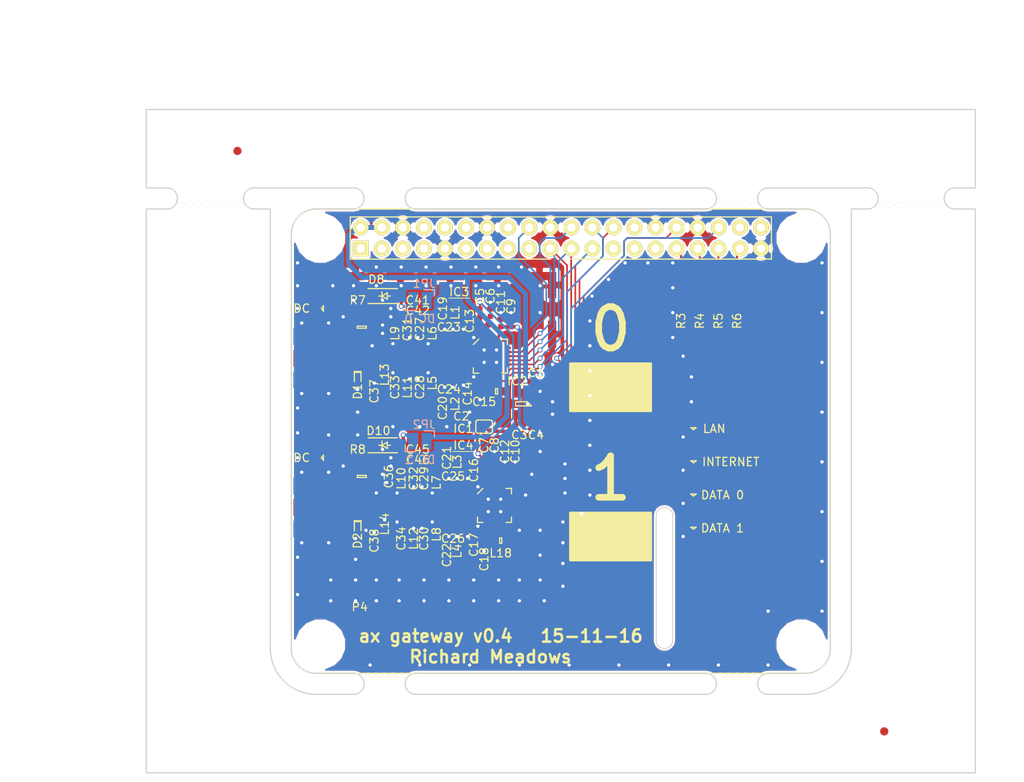
<source format=kicad_pcb>
(kicad_pcb (version 4) (host pcbnew 4.0.4-stable)
  (layers (0 F.Cu signal) (31 B.Cu signal) (34 B.Paste user) (35 F.Paste user) (36 B.SilkS user) (37 F.SilkS user) (38 B.Mask user) (39 F.Mask user) (44 Edge.Cuts user))
  (net 0 "")
  (net 1 /AX_ANT_0)
  (net 2 /AX_ANT_1)
  (net 3 VDD)
  (net 4 GND)
  (net 5 3v3)
  (net 6 "Net-(C3-Pad1)")
  (net 7 16_TCXO)
  (net 8 /CLKp_0)
  (net 9 /CLKn_0)
  (net 10 /CLKp_1)
  (net 11 /CLKn_1)
  (net 12 /VDD_ANA1_0)
  (net 13 /VDD_ANA2_0)
  (net 14 /SYNTH_FILTER_0)
  (net 15 /VDD_ANA1_1)
  (net 16 /VDD_ANA2_1)
  (net 17 /SYNTH_FILTER_1)
  (net 18 /ANTp_0)
  (net 19 /ANTn_0)
  (net 20 /ANTp_1)
  (net 21 /ANTn_1)
  (net 22 "Net-(C23-Pad2)")
  (net 23 "Net-(C24-Pad2)")
  (net 24 "Net-(C25-Pad2)")
  (net 25 "Net-(C26-Pad2)")
  (net 26 "Net-(C27-Pad2)")
  (net 27 "Net-(C28-Pad1)")
  (net 28 "Net-(C29-Pad2)")
  (net 29 "Net-(C30-Pad1)")
  (net 30 /AX_50Ω_0)
  (net 31 /AX_50Ω_1)
  (net 32 "Net-(IC1-Pad1)")
  (net 33 AX_SYSCLK_0)
  (net 34 AX_~SEL~_0)
  (net 35 AX_SCLK)
  (net 36 AX_MISO)
  (net 37 AX_MOSI)
  (net 38 AX_IRQ_0)
  (net 39 "Net-(IC3-Pad15)")
  (net 40 AX_SYSCLK_1)
  (net 41 AX_~SEL~_1)
  (net 42 AX_IRQ_1)
  (net 43 "Net-(IC4-Pad15)")
  (net 44 "Net-(P1-Pad1)")
  (net 45 "Net-(P1-Pad3)")
  (net 46 "Net-(P1-Pad5)")
  (net 47 "Net-(P1-Pad7)")
  (net 48 "Net-(P1-Pad8)")
  (net 49 "Net-(P1-Pad10)")
  (net 50 "Net-(P1-Pad11)")
  (net 51 "Net-(P1-Pad12)")
  (net 52 "Net-(P1-Pad13)")
  (net 53 "Net-(P1-Pad15)")
  (net 54 "Net-(P1-Pad16)")
  (net 55 "Net-(P1-Pad17)")
  (net 56 "Net-(P1-Pad27)")
  (net 57 "Net-(P1-Pad28)")
  (net 58 "Net-(P1-Pad29)")
  (net 59 LAN_LED)
  (net 60 INTERNET_LED)
  (net 61 DATA_LED_0)
  (net 62 DATA_LED_1)
  (net 63 "Net-(P1-Pad38)")
  (net 64 "Net-(P1-Pad40)")
  (net 65 "Net-(D3-Pad2)")
  (net 66 "Net-(D4-Pad2)")
  (net 67 "Net-(D5-Pad2)")
  (net 68 "Net-(D6-Pad2)")
  (net 69 "Net-(D7-Pad2)")
  (net 70 "Net-(D9-Pad2)")
  (net 71 "Net-(D8-Pad2)")
  (net 72 /AX_F_0)
  (net 73 /AX_F_1)
  (net 74 /DC_0)
  (net 75 /DC_1)
  (net 76 "Net-(D10-Pad2)")
  (net 77 /L1_0)
  (net 78 /L2_0)
  (net 79 /L1_1)
  (net 80 /L2_1)
  (module Mounting_Holes:MountingHole_4.3mm_M4 (layer F.Cu) (at 215 145)
    (fp_text reference REF** hide)
    (fp_text value MountingHole_4.3mm_M4)
    (pad 1 np_thru_hole circle (at 0 0) (size 4.3 4.3) (drill 4.3) (layers *.Cu *.Mask F.SilkS))
  )
  (module Mounting_Holes:MountingHole_4.3mm_M4 (layer F.Cu) (at 125 145)
    (fp_text reference REF** hide)
    (fp_text value MountingHole_4.3mm_M4)
    (pad 1 np_thru_hole circle (at 0 0) (size 4.3 4.3) (drill 4.3) (layers *.Cu *.Mask F.SilkS))
  )
  (module Mounting_Holes:MountingHole_4.3mm_M4 (layer F.Cu) (at 215 75)
    (fp_text reference REF** hide)
    (fp_text value MountingHole_4.3mm_M4)
    (pad 1 np_thru_hole circle (at 0 0) (size 4.3 4.3) (drill 4.3) (layers *.Cu *.Mask F.SilkS))
  )
  (module rem:drill (layer F.Cu) (at 189.25 138.5)
    (fp_text reference "" hide)
    (fp_text value drill hide)
    (pad "" np_thru_hole circle (at 0 0) (size 0.7 0.7) (drill 0.7) (layers *.Cu *.SilkS F.Mask))
  )
  (module rem:drill (layer F.Cu) (at 190.25 138.5)
    (fp_text reference "" hide)
    (fp_text value drill hide)
    (pad "" np_thru_hole circle (at 0 0) (size 0.7 0.7) (drill 0.7) (layers *.Cu *.SilkS F.Mask))
  )
  (module rem:drill (layer F.Cu) (at 191.25 138.5)
    (fp_text reference "" hide)
    (fp_text value drill hide)
    (pad "" np_thru_hole circle (at 0 0) (size 0.7 0.7) (drill 0.7) (layers *.Cu *.SilkS F.Mask))
  )
  (module rem:drill (layer F.Cu) (at 192.25 138.5)
    (fp_text reference "" hide)
    (fp_text value drill hide)
    (pad "" np_thru_hole circle (at 0 0) (size 0.7 0.7) (drill 0.7) (layers *.Cu *.SilkS F.Mask))
  )
  (module rem:drill (layer F.Cu) (at 193.25 138.5)
    (fp_text reference "" hide)
    (fp_text value drill hide)
    (pad "" np_thru_hole circle (at 0 0) (size 0.7 0.7) (drill 0.7) (layers *.Cu *.SilkS F.Mask))
  )
  (module rem:drill (layer F.Cu) (at 150.75 138.5)
    (fp_text reference "" hide)
    (fp_text value drill hide)
    (pad "" np_thru_hole circle (at 0 0) (size 0.7 0.7) (drill 0.7) (layers *.Cu *.SilkS F.Mask))
  )
  (module rem:drill (layer F.Cu) (at 149.75 138.5)
    (fp_text reference "" hide)
    (fp_text value drill hide)
    (pad "" np_thru_hole circle (at 0 0) (size 0.7 0.7) (drill 0.7) (layers *.Cu *.SilkS F.Mask))
  )
  (module rem:drill (layer F.Cu) (at 148.75 138.5)
    (fp_text reference "" hide)
    (fp_text value drill hide)
    (pad "" np_thru_hole circle (at 0 0) (size 0.7 0.7) (drill 0.7) (layers *.Cu *.SilkS F.Mask))
  )
  (module rem:drill (layer F.Cu) (at 146.75 138.5)
    (fp_text reference "" hide)
    (fp_text value drill hide)
    (pad "" np_thru_hole circle (at 0 0) (size 0.7 0.7) (drill 0.7) (layers *.Cu *.SilkS F.Mask))
  )
  (module rem:drill (layer F.Cu) (at 147.75 138.5)
    (fp_text reference "" hide)
    (fp_text value drill hide)
    (pad "" np_thru_hole circle (at 0 0) (size 0.7 0.7) (drill 0.7) (layers *.Cu *.SilkS F.Mask))
  )
  (module rem:drill (layer F.Cu) (at 146.75 81.5)
    (fp_text reference "" hide)
    (fp_text value drill hide)
    (pad "" np_thru_hole circle (at 0 0) (size 0.7 0.7) (drill 0.7) (layers *.Cu *.SilkS F.Mask))
  )
  (module rem:drill (layer F.Cu) (at 147.75 81.5)
    (fp_text reference "" hide)
    (fp_text value drill hide)
    (pad "" np_thru_hole circle (at 0 0) (size 0.7 0.7) (drill 0.7) (layers *.Cu *.SilkS F.Mask))
  )
  (module rem:drill (layer F.Cu) (at 148.75 81.5)
    (fp_text reference "" hide)
    (fp_text value drill hide)
    (pad "" np_thru_hole circle (at 0 0) (size 0.7 0.7) (drill 0.7) (layers *.Cu *.SilkS F.Mask))
  )
  (module rem:drill (layer F.Cu) (at 149.75 81.5)
    (fp_text reference "" hide)
    (fp_text value drill hide)
    (pad "" np_thru_hole circle (at 0 0) (size 0.7 0.7) (drill 0.7) (layers *.Cu *.SilkS F.Mask))
  )
  (module rem:drill (layer F.Cu) (at 150.75 81.5)
    (fp_text reference "" hide)
    (fp_text value drill hide)
    (pad "" np_thru_hole circle (at 0 0) (size 0.7 0.7) (drill 0.7) (layers *.Cu *.SilkS F.Mask))
  )
  (module rem:drill (layer F.Cu) (at 193.25 81.5)
    (fp_text reference "" hide)
    (fp_text value drill hide)
    (pad "" np_thru_hole circle (at 0 0) (size 0.7 0.7) (drill 0.7) (layers *.Cu *.SilkS F.Mask))
  )
  (module rem:drill (layer F.Cu) (at 192.25 81.5)
    (fp_text reference "" hide)
    (fp_text value drill hide)
    (pad "" np_thru_hole circle (at 0 0) (size 0.7 0.7) (drill 0.7) (layers *.Cu *.SilkS F.Mask))
  )
  (module rem:drill (layer F.Cu) (at 191.25 81.5)
    (fp_text reference "" hide)
    (fp_text value drill hide)
    (pad "" np_thru_hole circle (at 0 0) (size 0.7 0.7) (drill 0.7) (layers *.Cu *.SilkS F.Mask))
  )
  (module rem:drill (layer F.Cu) (at 190.25 81.5)
    (fp_text reference "" hide)
    (fp_text value drill hide)
    (pad "" np_thru_hole circle (at 0 0) (size 0.7 0.7) (drill 0.7) (layers *.Cu *.SilkS F.Mask))
  )
  (module rem:drill (layer F.Cu) (at 189.25 81.5)
    (fp_text reference "" hide)
    (fp_text value drill hide)
    (pad "" np_thru_hole circle (at 0 0) (size 0.7 0.7) (drill 0.7) (layers *.Cu *.SilkS F.Mask))
  )
  (module rem:drill (layer F.Cu) (at 131.25 81.5)
    (fp_text reference "" hide)
    (fp_text value drill hide)
    (pad "" np_thru_hole circle (at 0 0) (size 0.7 0.7) (drill 0.7) (layers *.Cu *.SilkS F.Mask))
  )
  (module rem:drill (layer F.Cu) (at 130.25 81.5)
    (fp_text reference "" hide)
    (fp_text value drill hide)
    (pad "" np_thru_hole circle (at 0 0) (size 0.7 0.7) (drill 0.7) (layers *.Cu *.SilkS F.Mask))
  )
  (module rem:drill (layer F.Cu) (at 129.25 81.5)
    (fp_text reference "" hide)
    (fp_text value drill hide)
    (pad "" np_thru_hole circle (at 0 0) (size 0.7 0.7) (drill 0.7) (layers *.Cu *.SilkS F.Mask))
  )
  (module rem:drill (layer F.Cu) (at 128.25 81.5)
    (fp_text reference "" hide)
    (fp_text value drill hide)
    (pad "" np_thru_hole circle (at 0 0) (size 0.7 0.7) (drill 0.7) (layers *.Cu *.SilkS F.Mask))
  )
  (module rem:drill (layer F.Cu) (at 127.25 81.5)
    (fp_text reference "" hide)
    (fp_text value drill hide)
    (pad "" np_thru_hole circle (at 0 0) (size 0.7 0.7) (drill 0.7) (layers *.Cu *.SilkS F.Mask))
  )
  (module rem:drill (layer F.Cu) (at 126.25 81.5)
    (fp_text reference "" hide)
    (fp_text value drill hide)
    (pad "" np_thru_hole circle (at 0 0) (size 0.7 0.7) (drill 0.7) (layers *.Cu *.SilkS F.Mask))
  )
  (module rem:drill (layer F.Cu) (at 125.25 81.5)
    (fp_text reference "" hide)
    (fp_text value drill hide)
    (pad "" np_thru_hole circle (at 0 0) (size 0.7 0.7) (drill 0.7) (layers *.Cu *.SilkS F.Mask))
  )
  (module rem:drill (layer F.Cu) (at 124.25 81.5)
    (fp_text reference "" hide)
    (fp_text value drill hide)
    (pad "" np_thru_hole circle (at 0 0) (size 0.7 0.7) (drill 0.7) (layers *.Cu *.SilkS F.Mask))
  )
  (module rem:drill (layer F.Cu) (at 208.75 81.5)
    (fp_text reference "" hide)
    (fp_text value drill hide)
    (pad "" np_thru_hole circle (at 0 0) (size 0.7 0.7) (drill 0.7) (layers *.Cu *.SilkS F.Mask))
  )
  (module rem:drill (layer F.Cu) (at 209.75 81.5)
    (fp_text reference "" hide)
    (fp_text value drill hide)
    (pad "" np_thru_hole circle (at 0 0) (size 0.7 0.7) (drill 0.7) (layers *.Cu *.SilkS F.Mask))
  )
  (module rem:drill (layer F.Cu) (at 210.75 81.5)
    (fp_text reference "" hide)
    (fp_text value drill hide)
    (pad "" np_thru_hole circle (at 0 0) (size 0.7 0.7) (drill 0.7) (layers *.Cu *.SilkS F.Mask))
  )
  (module rem:drill (layer F.Cu) (at 211.75 81.5)
    (fp_text reference "" hide)
    (fp_text value drill hide)
    (pad "" np_thru_hole circle (at 0 0) (size 0.7 0.7) (drill 0.7) (layers *.Cu *.SilkS F.Mask))
  )
  (module rem:drill (layer F.Cu) (at 212.75 81.5)
    (fp_text reference "" hide)
    (fp_text value drill hide)
    (pad "" np_thru_hole circle (at 0 0) (size 0.7 0.7) (drill 0.7) (layers *.Cu *.SilkS F.Mask))
  )
  (module rem:drill (layer F.Cu) (at 213.75 81.5)
    (fp_text reference "" hide)
    (fp_text value drill hide)
    (pad "" np_thru_hole circle (at 0 0) (size 0.7 0.7) (drill 0.7) (layers *.Cu *.SilkS F.Mask))
  )
  (module rem:drill (layer F.Cu) (at 214.75 81.5)
    (fp_text reference "" hide)
    (fp_text value drill hide)
    (pad "" np_thru_hole circle (at 0 0) (size 0.7 0.7) (drill 0.7) (layers *.Cu *.SilkS F.Mask))
  )
  (module rem:drill (layer F.Cu) (at 215.75 81.5)
    (fp_text reference "" hide)
    (fp_text value drill hide)
    (pad "" np_thru_hole circle (at 0 0) (size 0.7 0.7) (drill 0.7) (layers *.Cu *.SilkS F.Mask))
  )
  (module Mounting_Holes:MountingHole_4.3mm_M4 (layer F.Cu) (at 125 75)
    (fp_text reference REF** hide)
    (fp_text value MountingHole_4.3mm_M4)
    (pad 1 np_thru_hole circle (at 0 0) (size 4.3 4.3) (drill 4.3) (layers *.Cu *.Mask F.SilkS))
  )
  (module Fiducials:Fiducial_1mm_Dia_2.54mm_Outer_CopperTop (layer F.Cu) (at 209 145)
    (fp_text reference REF** hide)
    (fp_text value Fiducial_1mm_Dia_2.54mm_Outer_CopperTop)
    (pad ~ smd circle (at 0 0) (size 1 1) (layers F.Cu F.Mask) (clearance 0.77))
  )
  (module Fiducials:Fiducial_1mm_Dia_2.54mm_Outer_CopperTop (layer F.Cu) (at 131 75)
    (fp_text reference REF** hide)
    (fp_text value Fiducial_1mm_Dia_2.54mm_Outer_CopperTop)
    (pad ~ smd circle (at 0 0) (size 1 1) (layers F.Cu F.Mask) (clearance 0.77))
  )
  (module agg:0402 (layer F.Cu) (at 167 103)
    (fp_text reference C1 (at 0 -1.25 180) (layer F.SilkS))
    (fp_text value 1µF)
    (pad 1 smd rect (at -0.45 0) (size 0.62 0.62) (layers F.Cu F.Paste F.Mask) (net 3 VDD))
    (pad 2 smd rect (at 0.45 0) (size 0.62 0.62) (layers F.Cu F.Paste F.Mask) (net 4 GND))
  )
  (module agg:0402 (layer F.Cu) (at 160.5 106.5 180)
    (fp_text reference C2 (at 2.5 -0.5 180) (layer F.SilkS))
    (fp_text value 1µF)
    (pad 1 smd rect (at -0.45 0 180) (size 0.62 0.62) (layers F.Cu F.Paste F.Mask) (net 5 3v3))
    (pad 2 smd rect (at 0.45 0 180) (size 0.62 0.62) (layers F.Cu F.Paste F.Mask) (net 4 GND))
  )
  (module agg:0402 (layer F.Cu) (at 165 108)
    (fp_text reference C3 (at 0 1.25) (layer F.SilkS))
    (fp_text value 10nF)
    (pad 1 smd rect (at -0.45 0) (size 0.62 0.62) (layers F.Cu F.Paste F.Mask) (net 6 "Net-(C3-Pad1)"))
    (pad 2 smd rect (at 0.45 0) (size 0.62 0.62) (layers F.Cu F.Paste F.Mask) (net 4 GND))
  )
  (module agg:0402 (layer F.Cu) (at 167 108)
    (fp_text reference C4 (at 0 1.25) (layer F.SilkS))
    (fp_text value 4.7µF)
    (pad 1 smd rect (at -0.45 0) (size 0.62 0.62) (layers F.Cu F.Paste F.Mask) (net 5 3v3))
    (pad 2 smd rect (at 0.45 0) (size 0.62 0.62) (layers F.Cu F.Paste F.Mask) (net 4 GND))
  )
  (module agg:0402 (layer F.Cu) (at 160.25 94.5 270)
    (fp_text reference C5 (at -2 0 270) (layer F.SilkS))
    (fp_text value 1nF)
    (pad 1 smd rect (at -0.45 0 270) (size 0.62 0.62) (layers F.Cu F.Paste F.Mask) (net 7 16_TCXO))
    (pad 2 smd rect (at 0.45 0 270) (size 0.62 0.62) (layers F.Cu F.Paste F.Mask) (net 8 /CLKp_0))
  )
  (module agg:0402 (layer F.Cu) (at 161.5 94.5 270)
    (fp_text reference C6 (at -2 0 270) (layer F.SilkS))
    (fp_text value 1nF)
    (pad 1 smd rect (at -0.45 0 270) (size 0.62 0.62) (layers F.Cu F.Paste F.Mask) (net 4 GND))
    (pad 2 smd rect (at 0.45 0 270) (size 0.62 0.62) (layers F.Cu F.Paste F.Mask) (net 9 /CLKn_0))
  )
  (module agg:0402 (layer F.Cu) (at 160.75 112.5 270)
    (fp_text reference C7 (at -2 0 270) (layer F.SilkS))
    (fp_text value 1nF)
    (pad 1 smd rect (at -0.45 0 270) (size 0.62 0.62) (layers F.Cu F.Paste F.Mask) (net 7 16_TCXO))
    (pad 2 smd rect (at 0.45 0 270) (size 0.62 0.62) (layers F.Cu F.Paste F.Mask) (net 10 /CLKp_1))
  )
  (module agg:0402 (layer F.Cu) (at 162 112.5 270)
    (fp_text reference C8 (at -2 0 270) (layer F.SilkS))
    (fp_text value 1nF)
    (pad 1 smd rect (at -0.45 0 270) (size 0.62 0.62) (layers F.Cu F.Paste F.Mask) (net 4 GND))
    (pad 2 smd rect (at 0.45 0 270) (size 0.62 0.62) (layers F.Cu F.Paste F.Mask) (net 11 /CLKn_1))
  )
  (module agg:0402 (layer F.Cu) (at 164 95.75 90)
    (fp_text reference C9 (at 2 0 90) (layer F.SilkS))
    (fp_text value 4.7µF)
    (pad 1 smd rect (at -0.45 0 90) (size 0.62 0.62) (layers F.Cu F.Paste F.Mask) (net 5 3v3))
    (pad 2 smd rect (at 0.45 0 90) (size 0.62 0.62) (layers F.Cu F.Paste F.Mask) (net 4 GND))
  )
  (module agg:0402 (layer F.Cu) (at 164.5 113.75 90)
    (fp_text reference C10 (at 2.5 0 90) (layer F.SilkS))
    (fp_text value 4.7µF)
    (pad 1 smd rect (at -0.45 0 90) (size 0.62 0.62) (layers F.Cu F.Paste F.Mask) (net 5 3v3))
    (pad 2 smd rect (at 0.45 0 90) (size 0.62 0.62) (layers F.Cu F.Paste F.Mask) (net 4 GND))
  )
  (module agg:0402 (layer F.Cu) (at 162.75 95.75 90)
    (fp_text reference C11 (at 2.5 0 90) (layer F.SilkS))
    (fp_text value 100nF)
    (pad 1 smd rect (at -0.45 0 90) (size 0.62 0.62) (layers F.Cu F.Paste F.Mask) (net 5 3v3))
    (pad 2 smd rect (at 0.45 0 90) (size 0.62 0.62) (layers F.Cu F.Paste F.Mask) (net 4 GND))
  )
  (module agg:0402 (layer F.Cu) (at 163.25 113.75 90)
    (fp_text reference C12 (at 2.5 0 90) (layer F.SilkS))
    (fp_text value 100nF)
    (pad 1 smd rect (at -0.45 0 90) (size 0.62 0.62) (layers F.Cu F.Paste F.Mask) (net 5 3v3))
    (pad 2 smd rect (at 0.45 0 90) (size 0.62 0.62) (layers F.Cu F.Paste F.Mask) (net 4 GND))
  )
  (module agg:0402 (layer F.Cu) (at 158.25 98.25 270)
    (fp_text reference C13 (at -2.75 -0.75 270) (layer F.SilkS))
    (fp_text value 100nF)
    (pad 1 smd rect (at -0.45 0 270) (size 0.62 0.62) (layers F.Cu F.Paste F.Mask) (net 12 /VDD_ANA1_0))
    (pad 2 smd rect (at 0.45 0 270) (size 0.62 0.62) (layers F.Cu F.Paste F.Mask) (net 4 GND))
  )
  (module agg:0402 (layer F.Cu) (at 158.25 101.75 270)
    (fp_text reference C14 (at 2.5 -0.5 450) (layer F.SilkS))
    (fp_text value 100nF)
    (pad 1 smd rect (at -0.45 0 270) (size 0.62 0.62) (layers F.Cu F.Paste F.Mask) (net 13 /VDD_ANA2_0))
    (pad 2 smd rect (at 0.45 0 270) (size 0.62 0.62) (layers F.Cu F.Paste F.Mask) (net 4 GND))
  )
  (module agg:0402 (layer F.Cu) (at 160.25 103.75 270)
    (fp_text reference C15 (at 1.5 -0.5 360) (layer F.SilkS))
    (fp_text value 39pF)
    (pad 1 smd rect (at -0.45 0 270) (size 0.62 0.62) (layers F.Cu F.Paste F.Mask) (net 14 /SYNTH_FILTER_0))
    (pad 2 smd rect (at 0.45 0 270) (size 0.62 0.62) (layers F.Cu F.Paste F.Mask) (net 4 GND))
  )
  (module agg:0402 (layer F.Cu) (at 158.75 116.25 270)
    (fp_text reference C16 (at -2.75 -0.75 270) (layer F.SilkS))
    (fp_text value 100nF)
    (pad 1 smd rect (at -0.45 0 270) (size 0.62 0.62) (layers F.Cu F.Paste F.Mask) (net 15 /VDD_ANA1_1))
    (pad 2 smd rect (at 0.45 0 270) (size 0.62 0.62) (layers F.Cu F.Paste F.Mask) (net 4 GND))
  )
  (module agg:0402 (layer F.Cu) (at 158.75 119.75 270)
    (fp_text reference C17 (at 2.75 -0.75 270) (layer F.SilkS))
    (fp_text value 100nF)
    (pad 1 smd rect (at -0.45 0 270) (size 0.62 0.62) (layers F.Cu F.Paste F.Mask) (net 16 /VDD_ANA2_1))
    (pad 2 smd rect (at 0.45 0 270) (size 0.62 0.62) (layers F.Cu F.Paste F.Mask) (net 4 GND))
  )
  (module agg:0402 (layer F.Cu) (at 160.75 121.75 270)
    (fp_text reference C18 (at 2.5 0 270) (layer F.SilkS))
    (fp_text value 39pF)
    (pad 1 smd rect (at -0.45 0 270) (size 0.62 0.62) (layers F.Cu F.Paste F.Mask) (net 17 /SYNTH_FILTER_1))
    (pad 2 smd rect (at 0.45 0 270) (size 0.62 0.62) (layers F.Cu F.Paste F.Mask) (net 4 GND))
  )
  (module agg:0402 (layer F.Cu) (at 156 98 270)
    (fp_text reference C19 (at -4 0.25 270) (layer F.SilkS))
    (fp_text value 4.3pF)
    (pad 1 smd rect (at -0.45 0 270) (size 0.62 0.62) (layers F.Cu F.Paste F.Mask) (net 4 GND))
    (pad 2 smd rect (at 0.45 0 270) (size 0.62 0.62) (layers F.Cu F.Paste F.Mask) (net 18 /ANTp_0))
  )
  (module agg:0402 (layer F.Cu) (at 156 102 270)
    (fp_text reference C20 (at 4 0.25 270) (layer F.SilkS))
    (fp_text value 4.3pF)
    (pad 1 smd rect (at -0.45 0 270) (size 0.62 0.62) (layers F.Cu F.Paste F.Mask) (net 19 /ANTn_0))
    (pad 2 smd rect (at 0.45 0 270) (size 0.62 0.62) (layers F.Cu F.Paste F.Mask) (net 4 GND))
  )
  (module agg:0402 (layer F.Cu) (at 156.5 116 270)
    (fp_text reference C21 (at -4 0.25 270) (layer F.SilkS))
    (fp_text value DNP)
    (pad 1 smd rect (at -0.45 0 270) (size 0.62 0.62) (layers F.Cu F.Paste F.Mask) (net 4 GND))
    (pad 2 smd rect (at 0.45 0 270) (size 0.62 0.62) (layers F.Cu F.Paste F.Mask) (net 20 /ANTp_1))
  )
  (module agg:0402 (layer F.Cu) (at 156.5 120 270)
    (fp_text reference C22 (at 3.75 0.25 270) (layer F.SilkS))
    (fp_text value DNP)
    (pad 1 smd rect (at -0.45 0 270) (size 0.62 0.62) (layers F.Cu F.Paste F.Mask) (net 21 /ANTn_1))
    (pad 2 smd rect (at 0.45 0 270) (size 0.62 0.62) (layers F.Cu F.Paste F.Mask) (net 4 GND))
  )
  (module agg:0402 (layer F.Cu) (at 156.5 99.5 180)
    (fp_text reference C23 (at 0 3.25 180) (layer F.SilkS))
    (fp_text value 4.3pF)
    (pad 1 smd rect (at -0.45 0 180) (size 0.62 0.62) (layers F.Cu F.Paste F.Mask) (net 18 /ANTp_0))
    (pad 2 smd rect (at 0.45 0 180) (size 0.62 0.62) (layers F.Cu F.Paste F.Mask) (net 22 "Net-(C23-Pad2)"))
  )
  (module agg:0402 (layer F.Cu) (at 156.5 100.5 180)
    (fp_text reference C24 (at 0 -3.25 180) (layer F.SilkS))
    (fp_text value 4.3pF)
    (pad 1 smd rect (at -0.45 0 180) (size 0.62 0.62) (layers F.Cu F.Paste F.Mask) (net 19 /ANTn_0))
    (pad 2 smd rect (at 0.45 0 180) (size 0.62 0.62) (layers F.Cu F.Paste F.Mask) (net 23 "Net-(C24-Pad2)"))
  )
  (module agg:0402 (layer F.Cu) (at 157 117.5 180)
    (fp_text reference C25 (at 0 3.25 180) (layer F.SilkS))
    (fp_text value 2.7pF)
    (pad 1 smd rect (at -0.45 0 180) (size 0.62 0.62) (layers F.Cu F.Paste F.Mask) (net 20 /ANTp_1))
    (pad 2 smd rect (at 0.45 0 180) (size 0.62 0.62) (layers F.Cu F.Paste F.Mask) (net 24 "Net-(C25-Pad2)"))
  )
  (module agg:0402 (layer F.Cu) (at 157 118.5 180)
    (fp_text reference C26 (at 0 -3.25 180) (layer F.SilkS))
    (fp_text value 2.7pF)
    (pad 1 smd rect (at -0.45 0 180) (size 0.62 0.62) (layers F.Cu F.Paste F.Mask) (net 21 /ANTn_1))
    (pad 2 smd rect (at 0.45 0 180) (size 0.62 0.62) (layers F.Cu F.Paste F.Mask) (net 25 "Net-(C26-Pad2)"))
  )
  (module agg:0402 (layer F.Cu) (at 152.75 99 270)
    (fp_text reference C27 (at -2.5 -0.25 270) (layer F.SilkS))
    (fp_text value 8.2pF)
    (pad 1 smd rect (at -0.45 0 270) (size 0.62 0.62) (layers F.Cu F.Paste F.Mask) (net 4 GND))
    (pad 2 smd rect (at 0.45 0 270) (size 0.62 0.62) (layers F.Cu F.Paste F.Mask) (net 26 "Net-(C27-Pad2)"))
  )
  (module agg:0402 (layer F.Cu) (at 152.75 101 270)
    (fp_text reference C28 (at 2.5 -0.25 270) (layer F.SilkS))
    (fp_text value 8.2pF)
    (pad 1 smd rect (at -0.45 0 270) (size 0.62 0.62) (layers F.Cu F.Paste F.Mask) (net 27 "Net-(C28-Pad1)"))
    (pad 2 smd rect (at 0.45 0 270) (size 0.62 0.62) (layers F.Cu F.Paste F.Mask) (net 4 GND))
  )
  (module agg:0402 (layer F.Cu) (at 153.25 117 270)
    (fp_text reference C29 (at -2.5 -0.25 270) (layer F.SilkS))
    (fp_text value 3.6pF)
    (pad 1 smd rect (at -0.45 0 270) (size 0.62 0.62) (layers F.Cu F.Paste F.Mask) (net 4 GND))
    (pad 2 smd rect (at 0.45 0 270) (size 0.62 0.62) (layers F.Cu F.Paste F.Mask) (net 28 "Net-(C29-Pad2)"))
  )
  (module agg:0402 (layer F.Cu) (at 153.25 119 270)
    (fp_text reference C30 (at 2.75 -0.25 270) (layer F.SilkS))
    (fp_text value 3.6pF)
    (pad 1 smd rect (at -0.45 0 270) (size 0.62 0.62) (layers F.Cu F.Paste F.Mask) (net 29 "Net-(C30-Pad1)"))
    (pad 2 smd rect (at 0.45 0 270) (size 0.62 0.62) (layers F.Cu F.Paste F.Mask) (net 4 GND))
  )
  (module agg:0402 (layer F.Cu) (at 151.75 99 90)
    (fp_text reference C31 (at 2.5 -0.25 90) (layer F.SilkS))
    (fp_text value 5.1pF)
    (pad 1 smd rect (at -0.45 0 90) (size 0.62 0.62) (layers F.Cu F.Paste F.Mask) (net 26 "Net-(C27-Pad2)"))
    (pad 2 smd rect (at 0.45 0 90) (size 0.62 0.62) (layers F.Cu F.Paste F.Mask) (net 4 GND))
  )
  (module agg:0402 (layer F.Cu) (at 152.25 117 90)
    (fp_text reference C32 (at 2.5 0 90) (layer F.SilkS))
    (fp_text value 2.7pF)
    (pad 1 smd rect (at -0.45 0 90) (size 0.62 0.62) (layers F.Cu F.Paste F.Mask) (net 28 "Net-(C29-Pad2)"))
    (pad 2 smd rect (at 0.45 0 90) (size 0.62 0.62) (layers F.Cu F.Paste F.Mask) (net 4 GND))
  )
  (module agg:0402 (layer F.Cu) (at 150 100.5)
    (fp_text reference C33 (at 0 3 90) (layer F.SilkS))
    (fp_text value 5.1pF)
    (pad 1 smd rect (at -0.45 0) (size 0.62 0.62) (layers F.Cu F.Paste F.Mask) (net 30 /AX_50Ω_0))
    (pad 2 smd rect (at 0.45 0) (size 0.62 0.62) (layers F.Cu F.Paste F.Mask) (net 27 "Net-(C28-Pad1)"))
  )
  (module agg:0402 (layer F.Cu) (at 150.5 118.5)
    (fp_text reference C34 (at 0.25 3.25 90) (layer F.SilkS))
    (fp_text value 2.7pF)
    (pad 1 smd rect (at -0.45 0) (size 0.62 0.62) (layers F.Cu F.Paste F.Mask) (net 31 /AX_50Ω_1))
    (pad 2 smd rect (at 0.45 0) (size 0.62 0.62) (layers F.Cu F.Paste F.Mask) (net 29 "Net-(C30-Pad1)"))
  )
  (module agg:0402 (layer F.Cu) (at 148.5 98.5 90)
    (fp_text reference C35)
    (fp_text value NOSTUFF)
    (pad 1 smd rect (at -0.45 0 90) (size 0.62 0.62) (layers F.Cu F.Paste F.Mask) (net 30 /AX_50Ω_0))
    (pad 2 smd rect (at 0.45 0 90) (size 0.62 0.62) (layers F.Cu F.Paste F.Mask) (net 4 GND))
  )
  (module agg:0402 (layer F.Cu) (at 149 116.5 90)
    (fp_text reference C36 (at 2.25 0.25 90) (layer F.SilkS))
    (fp_text value NOSTUFF)
    (pad 1 smd rect (at -0.45 0 90) (size 0.62 0.62) (layers F.Cu F.Paste F.Mask) (net 31 /AX_50Ω_1))
    (pad 2 smd rect (at 0.45 0 90) (size 0.62 0.62) (layers F.Cu F.Paste F.Mask) (net 4 GND))
  )
  (module agg:0402 (layer F.Cu) (at 147.5 101.5 270)
    (fp_text reference C37 (at 2.5 0 270) (layer F.SilkS))
    (fp_text value NOSTUFF)
    (pad 1 smd rect (at -0.45 0 270) (size 0.62 0.62) (layers F.Cu F.Paste F.Mask) (net 72 /AX_F_0))
    (pad 2 smd rect (at 0.45 0 270) (size 0.62 0.62) (layers F.Cu F.Paste F.Mask) (net 4 GND))
  )
  (module agg:0402 (layer F.Cu) (at 147.5 119.5 270)
    (fp_text reference C38 (at 2.5 0 270) (layer F.SilkS))
    (fp_text value NOSTUFF)
    (pad 1 smd rect (at -0.45 0 270) (size 0.62 0.62) (layers F.Cu F.Paste F.Mask) (net 73 /AX_F_1))
    (pad 2 smd rect (at 0.45 0 270) (size 0.62 0.62) (layers F.Cu F.Paste F.Mask) (net 4 GND))
  )
  (module agg-unchecked:TSLP-2-17 (layer F.Cu) (at 145.5 102 270)
    (fp_text reference D1 (at 2 0 270) (layer F.SilkS))
    (fp_text value TVS_DIODE hide)
    (pad 1 smd rect (at 0 0 270) (size 0.35 0.6) (layers F.Cu F.Paste F.Mask) (net 1 /AX_ANT_0))
    (pad 2 smd rect (at 0.65 0 270) (size 0.35 0.6) (layers F.Cu F.Paste F.Mask) (net 4 GND))
  )
  (module agg-unchecked:TSLP-2-17 (layer F.Cu) (at 145.5 120 270)
    (fp_text reference D2 (at 2 0 270) (layer F.SilkS))
    (fp_text value TVS_DIODE hide)
    (pad 1 smd rect (at 0 0 270) (size 0.35 0.6) (layers F.Cu F.Paste F.Mask) (net 2 /AX_ANT_1))
    (pad 2 smd rect (at 0.65 0 270) (size 0.35 0.6) (layers F.Cu F.Paste F.Mask) (net 4 GND))
  )
  (module rem:TG-5006CJ (layer F.Cu) (at 160.75 108.25 180)
    (fp_text reference IC1 (at 2.5 -0.25 180) (layer F.SilkS))
    (fp_text value TG-5006CJ)
    (pad 4 smd rect (at -0.825 -0.565 180) (size 0.6 0.75) (layers F.Cu F.Paste F.Mask) (net 5 3v3))
    (pad 3 smd rect (at 0.825 -0.565 180) (size 0.6 0.75) (layers F.Cu F.Paste F.Mask) (net 7 16_TCXO))
    (pad 2 smd rect (at 0.825 0.565 180) (size 0.6 0.75) (layers F.Cu F.Paste F.Mask) (net 4 GND))
    (pad 1 smd rect (at -0.825 0.565 180) (size 0.6 0.75) (layers F.Cu F.Paste F.Mask) (net 32 "Net-(IC1-Pad1)"))
  )
  (module agg:SOT-23-5 (layer F.Cu) (at 165.5 105.5 270)
    (fp_text reference IC2 (at -2.75 0.75 360) (layer F.SilkS))
    (fp_text value TPS73433)
    (pad 1 smd rect (at -1.3 -0.95 270) (size 1.1 0.6) (layers F.Cu F.Paste F.Mask) (net 3 VDD))
    (pad 2 smd rect (at -1.3 0 270) (size 1.1 0.6) (layers F.Cu F.Paste F.Mask) (net 4 GND))
    (pad 3 smd rect (at -1.3 0.95 270) (size 1.1 0.6) (layers F.Cu F.Paste F.Mask) (net 3 VDD))
    (pad 4 smd rect (at 1.3 0.95 270) (size 1.1 0.6) (layers F.Cu F.Paste F.Mask) (net 6 "Net-(C3-Pad1)"))
    (pad 5 smd rect (at 1.3 -0.95 270) (size 1.1 0.6) (layers F.Cu F.Paste F.Mask) (net 5 3v3))
  )
  (module rem:QFN-20-EP-AX (layer F.Cu) (at 161.5 99.75)
    (fp_text reference IC3 (at -3.75 -7.75) (layer F.SilkS))
    (fp_text value AX5243)
    (pad 1 smd rect (at -2.1 -1) (size 0.75 0.3) (layers F.Cu F.Paste F.Mask) (net 12 /VDD_ANA1_0))
    (pad 2 smd rect (at -2.1 -0.5) (size 0.75 0.3) (layers F.Cu F.Paste F.Mask) (net 4 GND))
    (pad 3 smd rect (at -2.1 0) (size 0.75 0.3) (layers F.Cu F.Paste F.Mask) (net 18 /ANTp_0))
    (pad 4 smd rect (at -2.1 0.5) (size 0.75 0.3) (layers F.Cu F.Paste F.Mask) (net 19 /ANTn_0))
    (pad 5 smd rect (at -2.1 1) (size 0.75 0.3) (layers F.Cu F.Paste F.Mask) (net 13 /VDD_ANA2_0))
    (pad 6 smd rect (at -1 2.1) (size 0.3 0.75) (layers F.Cu F.Paste F.Mask) (net 14 /SYNTH_FILTER_0))
    (pad 7 smd rect (at -0.5 2.1) (size 0.3 0.75) (layers F.Cu F.Paste F.Mask) (net 77 /L1_0))
    (pad 8 smd rect (at 0 2.1) (size 0.3 0.75) (layers F.Cu F.Paste F.Mask) (net 78 /L2_0))
    (pad 9 smd rect (at 0.5 2.1) (size 0.3 0.75) (layers F.Cu F.Paste F.Mask) (net 33 AX_SYSCLK_0))
    (pad 10 smd rect (at 1 2.1) (size 0.3 0.75) (layers F.Cu F.Paste F.Mask) (net 34 AX_~SEL~_0))
    (pad 11 smd rect (at 2.1 1) (size 0.75 0.3) (layers F.Cu F.Paste F.Mask) (net 35 AX_SCLK))
    (pad 12 smd rect (at 2.1 0.5) (size 0.75 0.3) (layers F.Cu F.Paste F.Mask) (net 36 AX_MISO))
    (pad 13 smd rect (at 2.1 0) (size 0.75 0.3) (layers F.Cu F.Paste F.Mask) (net 37 AX_MOSI))
    (pad 14 smd rect (at 2.1 -0.5) (size 0.75 0.3) (layers F.Cu F.Paste F.Mask) (net 38 AX_IRQ_0))
    (pad 15 smd rect (at 2.1 -1) (size 0.75 0.3) (layers F.Cu F.Paste F.Mask) (net 39 "Net-(IC3-Pad15)"))
    (pad 16 smd rect (at 1 -2.1) (size 0.3 0.75) (layers F.Cu F.Paste F.Mask) (net 5 3v3))
    (pad 17 smd rect (at 0.5 -2.1) (size 0.3 0.75) (layers F.Cu F.Paste F.Mask) (net 4 GND))
    (pad 18 smd rect (at 0 -2.1) (size 0.3 0.75) (layers F.Cu F.Paste F.Mask) (net 4 GND))
    (pad 19 smd rect (at -0.5 -2.1) (size 0.3 0.75) (layers F.Cu F.Paste F.Mask) (net 9 /CLKn_0))
    (pad 20 smd rect (at -1 -2.1) (size 0.3 0.75) (layers F.Cu F.Paste F.Mask) (net 8 /CLKp_0))
    (pad EP smd rect (at -0.65 -0.65) (size 1.1 1.1) (layers F.Cu F.Paste) (net 4 GND))
    (pad EP smd rect (at -0.65 0.65) (size 1.1 1.1) (layers F.Cu F.Paste) (net 4 GND))
    (pad EP smd rect (at 0.65 -0.65) (size 1.1 1.1) (layers F.Cu F.Paste) (net 4 GND))
    (pad EP smd rect (at 0.65 0.65) (size 1.1 1.1) (layers F.Cu F.Paste) (net 4 GND))
    (pad EP smd rect (at 0 0) (size 2.6 2.6) (layers F.Cu F.Mask) (net 4 GND))
  )
  (module rem:QFN-20-EP-AX (layer F.Cu) (at 162 117.75)
    (fp_text reference IC4 (at -3.75 -7.25) (layer F.SilkS))
    (fp_text value AX5243)
    (pad 1 smd rect (at -2.1 -1) (size 0.75 0.3) (layers F.Cu F.Paste F.Mask) (net 15 /VDD_ANA1_1))
    (pad 2 smd rect (at -2.1 -0.5) (size 0.75 0.3) (layers F.Cu F.Paste F.Mask) (net 4 GND))
    (pad 3 smd rect (at -2.1 0) (size 0.75 0.3) (layers F.Cu F.Paste F.Mask) (net 20 /ANTp_1))
    (pad 4 smd rect (at -2.1 0.5) (size 0.75 0.3) (layers F.Cu F.Paste F.Mask) (net 21 /ANTn_1))
    (pad 5 smd rect (at -2.1 1) (size 0.75 0.3) (layers F.Cu F.Paste F.Mask) (net 16 /VDD_ANA2_1))
    (pad 6 smd rect (at -1 2.1) (size 0.3 0.75) (layers F.Cu F.Paste F.Mask) (net 17 /SYNTH_FILTER_1))
    (pad 7 smd rect (at -0.5 2.1) (size 0.3 0.75) (layers F.Cu F.Paste F.Mask) (net 79 /L1_1))
    (pad 8 smd rect (at 0 2.1) (size 0.3 0.75) (layers F.Cu F.Paste F.Mask) (net 80 /L2_1))
    (pad 9 smd rect (at 0.5 2.1) (size 0.3 0.75) (layers F.Cu F.Paste F.Mask) (net 40 AX_SYSCLK_1))
    (pad 10 smd rect (at 1 2.1) (size 0.3 0.75) (layers F.Cu F.Paste F.Mask) (net 41 AX_~SEL~_1))
    (pad 11 smd rect (at 2.1 1) (size 0.75 0.3) (layers F.Cu F.Paste F.Mask) (net 35 AX_SCLK))
    (pad 12 smd rect (at 2.1 0.5) (size 0.75 0.3) (layers F.Cu F.Paste F.Mask) (net 36 AX_MISO))
    (pad 13 smd rect (at 2.1 0) (size 0.75 0.3) (layers F.Cu F.Paste F.Mask) (net 37 AX_MOSI))
    (pad 14 smd rect (at 2.1 -0.5) (size 0.75 0.3) (layers F.Cu F.Paste F.Mask) (net 42 AX_IRQ_1))
    (pad 15 smd rect (at 2.1 -1) (size 0.75 0.3) (layers F.Cu F.Paste F.Mask) (net 43 "Net-(IC4-Pad15)"))
    (pad 16 smd rect (at 1 -2.1) (size 0.3 0.75) (layers F.Cu F.Paste F.Mask) (net 5 3v3))
    (pad 17 smd rect (at 0.5 -2.1) (size 0.3 0.75) (layers F.Cu F.Paste F.Mask) (net 4 GND))
    (pad 18 smd rect (at 0 -2.1) (size 0.3 0.75) (layers F.Cu F.Paste F.Mask) (net 4 GND))
    (pad 19 smd rect (at -0.5 -2.1) (size 0.3 0.75) (layers F.Cu F.Paste F.Mask) (net 11 /CLKn_1))
    (pad 20 smd rect (at -1 -2.1) (size 0.3 0.75) (layers F.Cu F.Paste F.Mask) (net 10 /CLKp_1))
    (pad EP smd rect (at -0.65 -0.65) (size 1.1 1.1) (layers F.Cu F.Paste) (net 4 GND))
    (pad EP smd rect (at -0.65 0.65) (size 1.1 1.1) (layers F.Cu F.Paste) (net 4 GND))
    (pad EP smd rect (at 0.65 -0.65) (size 1.1 1.1) (layers F.Cu F.Paste) (net 4 GND))
    (pad EP smd rect (at 0.65 0.65) (size 1.1 1.1) (layers F.Cu F.Paste) (net 4 GND))
    (pad EP smd rect (at 0 0) (size 2.6 2.6) (layers F.Cu F.Mask) (net 4 GND))
  )
  (module agg:0402 (layer F.Cu) (at 157 98 270)
    (fp_text reference L1 (at -3.5 -0.25 270) (layer F.SilkS))
    (fp_text value 68nH)
    (pad 1 smd rect (at -0.45 0 270) (size 0.62 0.62) (layers F.Cu F.Paste F.Mask) (net 4 GND))
    (pad 2 smd rect (at 0.45 0 270) (size 0.62 0.62) (layers F.Cu F.Paste F.Mask) (net 18 /ANTp_0))
  )
  (module agg:0402 (layer F.Cu) (at 157 102 270)
    (fp_text reference L2 (at 3.5 -0.25 270) (layer F.SilkS))
    (fp_text value 68nH)
    (pad 1 smd rect (at -0.45 0 270) (size 0.62 0.62) (layers F.Cu F.Paste F.Mask) (net 19 /ANTn_0))
    (pad 2 smd rect (at 0.45 0 270) (size 0.62 0.62) (layers F.Cu F.Paste F.Mask) (net 4 GND))
  )
  (module agg:0402 (layer F.Cu) (at 157.5 116 270)
    (fp_text reference L3 (at -3.5 0 270) (layer F.SilkS))
    (fp_text value 18nH)
    (pad 1 smd rect (at -0.45 0 270) (size 0.62 0.62) (layers F.Cu F.Paste F.Mask) (net 4 GND))
    (pad 2 smd rect (at 0.45 0 270) (size 0.62 0.62) (layers F.Cu F.Paste F.Mask) (net 20 /ANTp_1))
  )
  (module agg:0402 (layer F.Cu) (at 157.5 120 270)
    (fp_text reference L4 (at 3.25 0 270) (layer F.SilkS))
    (fp_text value 18nH)
    (pad 1 smd rect (at -0.45 0 270) (size 0.62 0.62) (layers F.Cu F.Paste F.Mask) (net 21 /ANTn_1))
    (pad 2 smd rect (at 0.45 0 270) (size 0.62 0.62) (layers F.Cu F.Paste F.Mask) (net 4 GND))
  )
  (module agg:0402 (layer F.Cu) (at 154.5 99.5 180)
    (fp_text reference L5 (at 0 -3.5 270) (layer F.SilkS))
    (fp_text value 47nH)
    (pad 1 smd rect (at -0.45 0 180) (size 0.62 0.62) (layers F.Cu F.Paste F.Mask) (net 22 "Net-(C23-Pad2)"))
    (pad 2 smd rect (at 0.45 0 180) (size 0.62 0.62) (layers F.Cu F.Paste F.Mask) (net 26 "Net-(C27-Pad2)"))
  )
  (module agg:0402 (layer F.Cu) (at 154.5 100.5 180)
    (fp_text reference L6 (at 0 3.5 270) (layer F.SilkS))
    (fp_text value 47nH)
    (pad 1 smd rect (at -0.45 0 180) (size 0.62 0.62) (layers F.Cu F.Paste F.Mask) (net 23 "Net-(C24-Pad2)"))
    (pad 2 smd rect (at 0.45 0 180) (size 0.62 0.62) (layers F.Cu F.Paste F.Mask) (net 27 "Net-(C28-Pad1)"))
  )
  (module agg:0402 (layer F.Cu) (at 155 117.5 180)
    (fp_text reference L7 (at 0 2.5 270) (layer F.SilkS))
    (fp_text value 18nH)
    (pad 1 smd rect (at -0.45 0 180) (size 0.62 0.62) (layers F.Cu F.Paste F.Mask) (net 24 "Net-(C25-Pad2)"))
    (pad 2 smd rect (at 0.45 0 180) (size 0.62 0.62) (layers F.Cu F.Paste F.Mask) (net 28 "Net-(C29-Pad2)"))
  )
  (module agg:0402 (layer F.Cu) (at 155 118.5 180)
    (fp_text reference L8 (at 0 -2.75 270) (layer F.SilkS))
    (fp_text value 18nH)
    (pad 1 smd rect (at -0.45 0 180) (size 0.62 0.62) (layers F.Cu F.Paste F.Mask) (net 25 "Net-(C26-Pad2)"))
    (pad 2 smd rect (at 0.45 0 180) (size 0.62 0.62) (layers F.Cu F.Paste F.Mask) (net 29 "Net-(C30-Pad1)"))
  )
  (module agg:0402 (layer F.Cu) (at 150 99.5)
    (fp_text reference L9 (at 0 -2.5 90) (layer F.SilkS))
    (fp_text value 27nH)
    (pad 1 smd rect (at -0.45 0) (size 0.62 0.62) (layers F.Cu F.Paste F.Mask) (net 30 /AX_50Ω_0))
    (pad 2 smd rect (at 0.45 0) (size 0.62 0.62) (layers F.Cu F.Paste F.Mask) (net 26 "Net-(C27-Pad2)"))
  )
  (module agg:0402 (layer F.Cu) (at 150.5 117.5)
    (fp_text reference L10 (at 0.25 -3 90) (layer F.SilkS))
    (fp_text value 12nH)
    (pad 1 smd rect (at -0.45 0) (size 0.62 0.62) (layers F.Cu F.Paste F.Mask) (net 31 /AX_50Ω_1))
    (pad 2 smd rect (at 0.45 0) (size 0.62 0.62) (layers F.Cu F.Paste F.Mask) (net 28 "Net-(C29-Pad2)"))
  )
  (module agg:0402 (layer F.Cu) (at 151.75 101 270)
    (fp_text reference L11 (at 2.5 0.25 270) (layer F.SilkS))
    (fp_text value 27nH)
    (pad 1 smd rect (at -0.45 0 270) (size 0.62 0.62) (layers F.Cu F.Paste F.Mask) (net 27 "Net-(C28-Pad1)"))
    (pad 2 smd rect (at 0.45 0 270) (size 0.62 0.62) (layers F.Cu F.Paste F.Mask) (net 4 GND))
  )
  (module agg:0402 (layer F.Cu) (at 152.25 119 270)
    (fp_text reference L12 (at 2.75 0 270) (layer F.SilkS))
    (fp_text value 12nH)
    (pad 1 smd rect (at -0.45 0 270) (size 0.62 0.62) (layers F.Cu F.Paste F.Mask) (net 29 "Net-(C30-Pad1)"))
    (pad 2 smd rect (at 0.45 0 270) (size 0.62 0.62) (layers F.Cu F.Paste F.Mask) (net 4 GND))
  )
  (module agg:0402 (layer F.Cu) (at 148 100 180)
    (fp_text reference L13 (at -0.75 -2 270) (layer F.SilkS))
    (fp_text value 0Ω)
    (pad 1 smd rect (at -0.45 0 180) (size 0.62 0.62) (layers F.Cu F.Paste F.Mask) (net 30 /AX_50Ω_0))
    (pad 2 smd rect (at 0.45 0 180) (size 0.62 0.62) (layers F.Cu F.Paste F.Mask) (net 72 /AX_F_0))
  )
  (module agg:0402 (layer F.Cu) (at 148.25 118 180)
    (fp_text reference L14 (at -0.5 -2 270) (layer F.SilkS))
    (fp_text value 0Ω)
    (pad 1 smd rect (at -0.45 0 180) (size 0.62 0.62) (layers F.Cu F.Paste F.Mask) (net 31 /AX_50Ω_1))
    (pad 2 smd rect (at 0.45 0 180) (size 0.62 0.62) (layers F.Cu F.Paste F.Mask) (net 73 /AX_F_1))
  )
  (module rem:Rasberry_Pi_3 (layer F.Cu) (at 170 85.5)
    (fp_text reference P1)
    (fp_text value Raspberry_Pi_Conn hide)
    (pad "" np_thru_hole circle (at 29 49) (size 2.75 2.75) (drill 2.75) (layers *.Cu *.Mask F.SilkS) (clearance 1.625))
    (pad "" np_thru_hole circle (at -29 49) (size 2.75 2.75) (drill 2.75) (layers *.Cu *.Mask F.SilkS) (clearance 1.625))
    (pad "" np_thru_hole circle (at -29 0) (size 2.75 2.75) (drill 2.75) (layers *.Cu *.Mask F.SilkS) (clearance 1.625))
    (pad 1 thru_hole rect (at -24.13 1.27) (size 1.9 1.9) (drill 1) (layers *.Cu *.Mask F.SilkS) (net 44 "Net-(P1-Pad1)"))
    (pad 2 thru_hole circle (at -24.13 -1.27) (size 1.9 1.9) (drill 1) (layers *.Cu *.Mask F.SilkS) (net 3 VDD))
    (pad 3 thru_hole circle (at -21.59 1.27) (size 1.9 1.9) (drill 1) (layers *.Cu *.Mask F.SilkS) (net 45 "Net-(P1-Pad3)"))
    (pad 4 thru_hole circle (at -21.59 -1.27) (size 1.9 1.9) (drill 1) (layers *.Cu *.Mask F.SilkS) (net 3 VDD))
    (pad 5 thru_hole circle (at -19.05 1.27) (size 1.9 1.9) (drill 1) (layers *.Cu *.Mask F.SilkS) (net 46 "Net-(P1-Pad5)"))
    (pad 6 thru_hole circle (at -19.05 -1.27) (size 1.9 1.9) (drill 1) (layers *.Cu *.Mask F.SilkS) (net 4 GND))
    (pad 7 thru_hole circle (at -16.51 1.27) (size 1.9 1.9) (drill 1) (layers *.Cu *.Mask F.SilkS) (net 47 "Net-(P1-Pad7)"))
    (pad 8 thru_hole circle (at -16.51 -1.27) (size 1.9 1.9) (drill 1) (layers *.Cu *.Mask F.SilkS) (net 48 "Net-(P1-Pad8)"))
    (pad 9 thru_hole circle (at -13.97 1.27) (size 1.9 1.9) (drill 1) (layers *.Cu *.Mask F.SilkS) (net 4 GND))
    (pad 10 thru_hole circle (at -13.97 -1.27) (size 1.9 1.9) (drill 1) (layers *.Cu *.Mask F.SilkS) (net 49 "Net-(P1-Pad10)"))
    (pad 11 thru_hole circle (at -11.43 1.27) (size 1.9 1.9) (drill 1) (layers *.Cu *.Mask F.SilkS) (net 50 "Net-(P1-Pad11)"))
    (pad 12 thru_hole circle (at -11.43 -1.27) (size 1.9 1.9) (drill 1) (layers *.Cu *.Mask F.SilkS) (net 51 "Net-(P1-Pad12)"))
    (pad 13 thru_hole circle (at -8.89 1.27) (size 1.9 1.9) (drill 1) (layers *.Cu *.Mask F.SilkS) (net 52 "Net-(P1-Pad13)"))
    (pad 14 thru_hole circle (at -8.89 -1.27) (size 1.9 1.9) (drill 1) (layers *.Cu *.Mask F.SilkS) (net 4 GND))
    (pad 15 thru_hole circle (at -6.35 1.27) (size 1.9 1.9) (drill 1) (layers *.Cu *.Mask F.SilkS) (net 53 "Net-(P1-Pad15)"))
    (pad 16 thru_hole circle (at -6.35 -1.27) (size 1.9 1.9) (drill 1) (layers *.Cu *.Mask F.SilkS) (net 54 "Net-(P1-Pad16)"))
    (pad 17 thru_hole circle (at -3.81 1.27) (size 1.9 1.9) (drill 1) (layers *.Cu *.Mask F.SilkS) (net 55 "Net-(P1-Pad17)"))
    (pad 18 thru_hole circle (at -3.81 -1.27) (size 1.9 1.9) (drill 1) (layers *.Cu *.Mask F.SilkS) (net 33 AX_SYSCLK_0))
    (pad 19 thru_hole circle (at -1.27 1.27) (size 1.9 1.9) (drill 1) (layers *.Cu *.Mask F.SilkS) (net 37 AX_MOSI))
    (pad 20 thru_hole circle (at -1.27 -1.27) (size 1.9 1.9) (drill 1) (layers *.Cu *.Mask F.SilkS) (net 4 GND))
    (pad 21 thru_hole circle (at 1.27 1.27) (size 1.9 1.9) (drill 1) (layers *.Cu *.Mask F.SilkS) (net 36 AX_MISO))
    (pad 22 thru_hole circle (at 1.27 -1.27) (size 1.9 1.9) (drill 1) (layers *.Cu *.Mask F.SilkS) (net 38 AX_IRQ_0))
    (pad 23 thru_hole circle (at 3.81 1.27) (size 1.9 1.9) (drill 1) (layers *.Cu *.Mask F.SilkS) (net 35 AX_SCLK))
    (pad 24 thru_hole circle (at 3.81 -1.27) (size 1.9 1.9) (drill 1) (layers *.Cu *.Mask F.SilkS) (net 34 AX_~SEL~_0))
    (pad 25 thru_hole circle (at 6.35 1.27) (size 1.9 1.9) (drill 1) (layers *.Cu *.Mask F.SilkS) (net 4 GND))
    (pad 26 thru_hole circle (at 6.35 -1.27) (size 1.9 1.9) (drill 1) (layers *.Cu *.Mask F.SilkS) (net 41 AX_~SEL~_1))
    (pad 27 thru_hole circle (at 8.89 1.27) (size 1.9 1.9) (drill 1) (layers *.Cu *.Mask F.SilkS) (net 56 "Net-(P1-Pad27)"))
    (pad 28 thru_hole circle (at 8.89 -1.27) (size 1.9 1.9) (drill 1) (layers *.Cu *.Mask F.SilkS) (net 57 "Net-(P1-Pad28)"))
    (pad 29 thru_hole circle (at 11.43 1.27) (size 1.9 1.9) (drill 1) (layers *.Cu *.Mask F.SilkS) (net 58 "Net-(P1-Pad29)"))
    (pad 30 thru_hole circle (at 11.43 -1.27) (size 1.9 1.9) (drill 1) (layers *.Cu *.Mask F.SilkS) (net 4 GND))
    (pad 31 thru_hole circle (at 13.97 1.27) (size 1.9 1.9) (drill 1) (layers *.Cu *.Mask F.SilkS) (net 59 LAN_LED))
    (pad 32 thru_hole circle (at 13.97 -1.27) (size 1.9 1.9) (drill 1) (layers *.Cu *.Mask F.SilkS) (net 40 AX_SYSCLK_1))
    (pad 33 thru_hole circle (at 16.51 1.27) (size 1.9 1.9) (drill 1) (layers *.Cu *.Mask F.SilkS) (net 60 INTERNET_LED))
    (pad 34 thru_hole circle (at 16.51 -1.27) (size 1.9 1.9) (drill 1) (layers *.Cu *.Mask F.SilkS) (net 4 GND))
    (pad 35 thru_hole circle (at 19.05 1.27) (size 1.9 1.9) (drill 1) (layers *.Cu *.Mask F.SilkS) (net 61 DATA_LED_0))
    (pad 36 thru_hole circle (at 19.05 -1.27) (size 1.9 1.9) (drill 1) (layers *.Cu *.Mask F.SilkS) (net 42 AX_IRQ_1))
    (pad 37 thru_hole circle (at 21.59 1.27) (size 1.9 1.9) (drill 1) (layers *.Cu *.Mask F.SilkS) (net 62 DATA_LED_1))
    (pad 38 thru_hole circle (at 21.59 -1.27) (size 1.9 1.9) (drill 1) (layers *.Cu *.Mask F.SilkS) (net 63 "Net-(P1-Pad38)"))
    (pad 39 thru_hole circle (at 24.13 1.27) (size 1.9 1.9) (drill 1) (layers *.Cu *.Mask F.SilkS) (net 4 GND))
    (pad 40 thru_hole circle (at 24.13 -1.27) (size 1.9 1.9) (drill 1) (layers *.Cu *.Mask F.SilkS) (net 64 "Net-(P1-Pad40)"))
    (pad "" np_thru_hole circle (at 29 0) (size 2.75 2.75) (drill 2.75) (layers *.Cu *.Mask F.SilkS) (clearance 1.625))
  )
  (module agg:0402 (layer F.Cu) (at 160.75 96)
    (fp_text reference R1)
    (fp_text value 1kΩ)
    (pad 1 smd rect (at -0.45 0) (size 0.62 0.62) (layers F.Cu F.Paste F.Mask) (net 8 /CLKp_0))
    (pad 2 smd rect (at 0.45 0) (size 0.62 0.62) (layers F.Cu F.Paste F.Mask) (net 9 /CLKn_0))
  )
  (module agg:0402 (layer F.Cu) (at 161.25 114)
    (fp_text reference R2)
    (fp_text value 1kΩ)
    (pad 1 smd rect (at -0.45 0) (size 0.62 0.62) (layers F.Cu F.Paste F.Mask) (net 10 /CLKp_1))
    (pad 2 smd rect (at 0.45 0) (size 0.62 0.62) (layers F.Cu F.Paste F.Mask) (net 11 /CLKn_1))
  )
  (module agg:0603-LED (layer F.Cu) (at 186 108.5 90)
    (fp_text reference D3)
    (fp_text value LAN (at 0 2.5 180) (layer F.SilkS))
    (pad 1 smd rect (at -0.8 0 90) (size 0.95 1) (layers F.Cu F.Paste F.Mask) (net 4 GND))
    (pad 2 smd rect (at 0.8 0 90) (size 0.95 1) (layers F.Cu F.Paste F.Mask) (net 65 "Net-(D3-Pad2)"))
  )
  (module agg:0603-LED (layer F.Cu) (at 186 112.5 90)
    (fp_text reference D4)
    (fp_text value INTERNET (at 0 4.5 180) (layer F.SilkS))
    (pad 1 smd rect (at -0.8 0 90) (size 0.95 1) (layers F.Cu F.Paste F.Mask) (net 4 GND))
    (pad 2 smd rect (at 0.8 0 90) (size 0.95 1) (layers F.Cu F.Paste F.Mask) (net 66 "Net-(D4-Pad2)"))
  )
  (module agg:0603-LED (layer F.Cu) (at 186 116.5 90)
    (fp_text reference D5)
    (fp_text value "DATA 0" (at 0 3.5 180) (layer F.SilkS))
    (pad 1 smd rect (at -0.8 0 90) (size 0.95 1) (layers F.Cu F.Paste F.Mask) (net 4 GND))
    (pad 2 smd rect (at 0.8 0 90) (size 0.95 1) (layers F.Cu F.Paste F.Mask) (net 67 "Net-(D5-Pad2)"))
  )
  (module agg:0603-LED (layer F.Cu) (at 186 120.5 90)
    (fp_text reference D6)
    (fp_text value "DATA 1" (at 0 3.5 180) (layer F.SilkS))
    (pad 1 smd rect (at -0.8 0 90) (size 0.95 1) (layers F.Cu F.Paste F.Mask) (net 4 GND))
    (pad 2 smd rect (at 0.8 0 90) (size 0.95 1) (layers F.Cu F.Paste F.Mask) (net 68 "Net-(D6-Pad2)"))
  )
  (module agg:0402 (layer F.Cu) (at 184.5 97.5 270)
    (fp_text reference R3 (at -2 0 270) (layer F.SilkS))
    (fp_text value 330Ω)
    (pad 1 smd rect (at -0.45 0 270) (size 0.62 0.62) (layers F.Cu F.Paste F.Mask) (net 59 LAN_LED))
    (pad 2 smd rect (at 0.45 0 270) (size 0.62 0.62) (layers F.Cu F.Paste F.Mask) (net 65 "Net-(D3-Pad2)"))
  )
  (module agg:0402 (layer F.Cu) (at 186.75 97.5 270)
    (fp_text reference R4 (at -2 0 270) (layer F.SilkS))
    (fp_text value 330Ω)
    (pad 1 smd rect (at -0.45 0 270) (size 0.62 0.62) (layers F.Cu F.Paste F.Mask) (net 60 INTERNET_LED))
    (pad 2 smd rect (at 0.45 0 270) (size 0.62 0.62) (layers F.Cu F.Paste F.Mask) (net 66 "Net-(D4-Pad2)"))
  )
  (module agg:0402 (layer F.Cu) (at 189 97.5 270)
    (fp_text reference R5 (at -2 0 270) (layer F.SilkS))
    (fp_text value 330Ω)
    (pad 1 smd rect (at -0.45 0 270) (size 0.62 0.62) (layers F.Cu F.Paste F.Mask) (net 61 DATA_LED_0))
    (pad 2 smd rect (at 0.45 0 270) (size 0.62 0.62) (layers F.Cu F.Paste F.Mask) (net 67 "Net-(D5-Pad2)"))
  )
  (module agg:0402 (layer F.Cu) (at 191.25 97.5 270)
    (fp_text reference R6 (at -2 0 270) (layer F.SilkS))
    (fp_text value 330Ω)
    (pad 1 smd rect (at -0.45 0 270) (size 0.62 0.62) (layers F.Cu F.Paste F.Mask) (net 62 DATA_LED_1))
    (pad 2 smd rect (at 0.45 0 270) (size 0.62 0.62) (layers F.Cu F.Paste F.Mask) (net 68 "Net-(D6-Pad2)"))
  )
  (module rem:BMI-S-x05 (layer F.Cu) (at 143.25 128.5)
    (fp_text reference P4 (at 2.5 1.5) (layer F.SilkS))
    (fp_text value PAD)
    (pad 1 smd rect (at 25.7 -31.4) (size 1 3.3) (layers F.Cu F.Paste F.Mask) (net 4 GND))
    (pad 1 smd rect (at 25.7 -25.4) (size 1 3.3) (layers F.Cu F.Paste F.Mask) (net 4 GND))
    (pad 1 smd rect (at 25.7 -13.4) (size 1 3.3) (layers F.Cu F.Paste F.Mask) (net 4 GND))
    (pad 1 smd rect (at 25.7 -19.4) (size 1 3.3) (layers F.Cu F.Paste F.Mask) (net 4 GND))
    (pad 1 smd rect (at 25.7 -7.4) (size 1 3.3) (layers F.Cu F.Paste F.Mask) (net 4 GND))
    (pad 1 smd rect (at 25.7 -37.325) (size 1 3.15) (layers F.Cu F.Paste F.Mask) (net 4 GND))
    (pad 1 smd rect (at 24.175 -38.4) (size 2.05 1) (layers F.Cu F.Paste F.Mask) (net 4 GND))
    (pad 1 smd rect (at 19.1 -38.4) (size 2.7 1) (layers F.Cu F.Paste F.Mask) (net 4 GND))
    (pad 1 smd rect (at 13.4 -38.4) (size 3.3 1) (layers F.Cu F.Paste F.Mask) (net 4 GND))
    (pad 1 smd rect (at 7.4 -38.4) (size 3.3 1) (layers F.Cu F.Paste F.Mask) (net 4 GND))
    (pad 1 smd rect (at 2.025 -38.4) (size 2.05 1) (layers F.Cu F.Paste F.Mask) (net 4 GND))
    (pad 1 smd rect (at 0.5 -37.325) (size 1 3.15) (layers F.Cu F.Paste F.Mask) (net 4 GND))
    (pad 1 smd rect (at 0.5 -31.4) (size 1 3.3) (layers F.Cu F.Paste F.Mask) (net 4 GND))
    (pad 1 smd rect (at 25.7 -1.525) (size 1 3.05) (layers F.Cu F.Paste F.Mask) (net 4 GND))
    (pad 1 smd rect (at 24.175 -0.5) (size 2.05 1) (layers F.Cu F.Paste F.Mask) (net 4 GND))
    (pad 1 smd rect (at 19.1 -0.5) (size 2.7 1) (layers F.Cu F.Paste F.Mask) (net 4 GND))
    (pad 1 smd rect (at 0.5 -25.4) (size 1 3.3) (layers F.Cu F.Paste F.Mask) (net 4 GND))
    (pad 1 smd rect (at 0.5 -19.4) (size 1 3.3) (layers F.Cu F.Paste F.Mask) (net 4 GND))
    (pad 1 smd rect (at 0.5 -13.4) (size 1 3.3) (layers F.Cu F.Paste F.Mask) (net 4 GND))
    (pad 1 smd rect (at 0.5 -7.4) (size 1 3.3) (layers F.Cu F.Paste F.Mask) (net 4 GND))
    (pad 1 smd rect (at 13.4 -0.5) (size 3.3 1) (layers F.Cu F.Paste F.Mask) (net 4 GND))
    (pad 1 smd rect (at 7.4 -0.5) (size 3.3 1) (layers F.Cu F.Paste F.Mask) (net 4 GND))
    (pad 1 smd rect (at 2.025 -0.5) (size 2.05 1) (layers F.Cu F.Paste F.Mask) (net 4 GND))
    (pad 1 smd rect (at 0.5 -1.525) (size 1 3.05) (layers F.Cu F.Paste F.Mask) (net 4 GND))
  )
  (module agg:0402 (layer F.Cu) (at 146 100.5 180)
    (fp_text reference C39)
    (fp_text value 1nF)
    (pad 1 smd rect (at -0.45 0 180) (size 0.62 0.62) (layers F.Cu F.Paste F.Mask) (net 72 /AX_F_0))
    (pad 2 smd rect (at 0.45 0 180) (size 0.62 0.62) (layers F.Cu F.Paste F.Mask) (net 1 /AX_ANT_0))
  )
  (module agg:0402 (layer F.Cu) (at 146 99.5 180)
    (fp_text reference C40)
    (fp_text value 100pF)
    (pad 1 smd rect (at -0.45 0 180) (size 0.62 0.62) (layers F.Cu F.Paste F.Mask) (net 72 /AX_F_0))
    (pad 2 smd rect (at 0.45 0 180) (size 0.62 0.62) (layers F.Cu F.Paste F.Mask) (net 1 /AX_ANT_0))
  )
  (module agg:0402 (layer F.Cu) (at 148 94)
    (fp_text reference C41 (at 4.75 -1) (layer F.SilkS))
    (fp_text value 100nF)
    (pad 1 smd rect (at -0.45 0) (size 0.62 0.62) (layers F.Cu F.Paste F.Mask) (net 74 /DC_0))
    (pad 2 smd rect (at 0.45 0) (size 0.62 0.62) (layers F.Cu F.Paste F.Mask) (net 4 GND))
  )
  (module agg:0402 (layer F.Cu) (at 148 95)
    (fp_text reference C42 (at 4.75 -0.75) (layer F.SilkS))
    (fp_text value 1nF)
    (pad 1 smd rect (at -0.45 0) (size 0.62 0.62) (layers F.Cu F.Paste F.Mask) (net 74 /DC_0))
    (pad 2 smd rect (at 0.45 0) (size 0.62 0.62) (layers F.Cu F.Paste F.Mask) (net 4 GND))
  )
  (module agg:0805 (layer F.Cu) (at 146 96.25 270)
    (fp_text reference L15)
    (fp_text value 2.2µH)
    (pad 1 smd rect (at -0.9 0 270) (size 1.15 1.45) (layers F.Cu F.Paste F.Mask) (net 74 /DC_0))
    (pad 2 smd rect (at 0.9 0 270) (size 1.15 1.45) (layers F.Cu F.Paste F.Mask) (net 1 /AX_ANT_0))
  )
  (module agg:0603-LED (layer F.Cu) (at 141.25 112)
    (fp_text reference D7)
    (fp_text value "DC 1")
    (pad 1 smd rect (at -0.8 0) (size 0.95 1) (layers F.Cu F.Paste F.Mask) (net 4 GND))
    (pad 2 smd rect (at 0.8 0) (size 0.95 1) (layers F.Cu F.Paste F.Mask) (net 69 "Net-(D7-Pad2)"))
  )
  (module agg:0603-LED (layer F.Cu) (at 141.25 94)
    (fp_text reference D9)
    (fp_text value "DC 0")
    (pad 1 smd rect (at -0.8 0) (size 0.95 1) (layers F.Cu F.Paste F.Mask) (net 4 GND))
    (pad 2 smd rect (at 0.8 0) (size 0.95 1) (layers F.Cu F.Paste F.Mask) (net 70 "Net-(D9-Pad2)"))
  )
  (module agg:0402 (layer F.Cu) (at 145.5 94 180)
    (fp_text reference R7 (at 0 1 180) (layer F.SilkS))
    (fp_text value 330Ω)
    (pad 1 smd rect (at -0.45 0 180) (size 0.62 0.62) (layers F.Cu F.Paste F.Mask) (net 74 /DC_0))
    (pad 2 smd rect (at 0.45 0 180) (size 0.62 0.62) (layers F.Cu F.Paste F.Mask) (net 70 "Net-(D9-Pad2)"))
  )
  (module Diodes_SMD:SOD-123 (layer F.Cu) (at 148.75 92.5)
    (fp_text reference D8 (at -1 -2) (layer F.SilkS))
    (fp_text value SCHOTTKY)
    (pad 1 smd rect (at -1.635 0) (size 0.91 1.22) (layers F.Cu F.Paste F.Mask) (net 74 /DC_0))
    (pad 2 smd rect (at 1.635 0) (size 0.91 1.22) (layers F.Cu F.Paste F.Mask) (net 71 "Net-(D8-Pad2)"))
  )
  (module agg:0402 (layer F.Cu) (at 146 118.5 180)
    (fp_text reference C43)
    (fp_text value 1nF)
    (pad 1 smd rect (at -0.45 0 180) (size 0.62 0.62) (layers F.Cu F.Paste F.Mask) (net 73 /AX_F_1))
    (pad 2 smd rect (at 0.45 0 180) (size 0.62 0.62) (layers F.Cu F.Paste F.Mask) (net 2 /AX_ANT_1))
  )
  (module agg:0402 (layer F.Cu) (at 146 117.5 180)
    (fp_text reference C44)
    (fp_text value 100pF)
    (pad 1 smd rect (at -0.45 0 180) (size 0.62 0.62) (layers F.Cu F.Paste F.Mask) (net 73 /AX_F_1))
    (pad 2 smd rect (at 0.45 0 180) (size 0.62 0.62) (layers F.Cu F.Paste F.Mask) (net 2 /AX_ANT_1))
  )
  (module agg:0402 (layer F.Cu) (at 148 112)
    (fp_text reference C45 (at 4.75 -1) (layer F.SilkS))
    (fp_text value 100nF)
    (pad 1 smd rect (at -0.45 0) (size 0.62 0.62) (layers F.Cu F.Paste F.Mask) (net 75 /DC_1))
    (pad 2 smd rect (at 0.45 0) (size 0.62 0.62) (layers F.Cu F.Paste F.Mask) (net 4 GND))
  )
  (module agg:0402 (layer F.Cu) (at 148 113)
    (fp_text reference C46 (at 4.75 -0.75) (layer F.SilkS))
    (fp_text value 1nF)
    (pad 1 smd rect (at -0.45 0) (size 0.62 0.62) (layers F.Cu F.Paste F.Mask) (net 75 /DC_1))
    (pad 2 smd rect (at 0.45 0) (size 0.62 0.62) (layers F.Cu F.Paste F.Mask) (net 4 GND))
  )
  (module Diodes_SMD:SOD-123 (layer F.Cu) (at 148.75 110.5)
    (fp_text reference D10 (at -0.75 -1.75) (layer F.SilkS))
    (fp_text value SCHOTTKY)
    (pad 1 smd rect (at -1.635 0) (size 0.91 1.22) (layers F.Cu F.Paste F.Mask) (net 75 /DC_1))
    (pad 2 smd rect (at 1.635 0) (size 0.91 1.22) (layers F.Cu F.Paste F.Mask) (net 76 "Net-(D10-Pad2)"))
  )
  (module agg:0805 (layer F.Cu) (at 146 114.25 270)
    (fp_text reference L16)
    (fp_text value 2.2µH)
    (pad 1 smd rect (at -0.9 0 270) (size 1.15 1.45) (layers F.Cu F.Paste F.Mask) (net 75 /DC_1))
    (pad 2 smd rect (at 0.9 0 270) (size 1.15 1.45) (layers F.Cu F.Paste F.Mask) (net 2 /AX_ANT_1))
  )
  (module agg:0402 (layer F.Cu) (at 145.5 112 180)
    (fp_text reference R8 (at 0 1 180) (layer F.SilkS))
    (fp_text value 330Ω)
    (pad 1 smd rect (at -0.45 0 180) (size 0.62 0.62) (layers F.Cu F.Paste F.Mask) (net 75 /DC_1))
    (pad 2 smd rect (at 0.45 0 180) (size 0.62 0.62) (layers F.Cu F.Paste F.Mask) (net 69 "Net-(D7-Pad2)"))
  )
  (module rem:SOLDER_JUMPER_NO (layer B.Cu) (at 153 93 180)
    (fp_text reference JP1 (at -0.5 2 180) (layer B.SilkS) (effects (justify mirror)))
    (fp_text value Jumper_NO_Small)
    (pad 2 smd rect (at 0.8 0 180) (size 1.2 2) (layers B.Cu B.Mask) (net 71 "Net-(D8-Pad2)"))
    (pad 1 smd rect (at -0.8 0 180) (size 1.2 2) (layers B.Cu B.Mask) (net 3 VDD))
  )
  (module rem:SOLDER_JUMPER_NO (layer B.Cu) (at 153 110 180)
    (fp_text reference JP2 (at -0.5 2 180) (layer B.SilkS) (effects (justify mirror)))
    (fp_text value Jumper_NO_Small)
    (pad 2 smd rect (at 0.8 0 180) (size 1.2 2) (layers B.Cu B.Mask) (net 76 "Net-(D10-Pad2)"))
    (pad 1 smd rect (at -0.8 0 180) (size 1.2 2) (layers B.Cu B.Mask) (net 3 VDD))
  )
  (module rem:SMA-EDGE (layer F.Cu) (at 140 118 90)
    (fp_text reference P3)
    (fp_text value COAX)
    (pad 1 smd rect (at 0 0 90) (size 2 4.5) (layers F.Cu F.Mask) (net 2 /AX_ANT_1))
    (pad 2 smd rect (at 2.6 0 90) (size 2 4.5) (layers B.Cu B.Mask) (net 4 GND))
    (pad 2 smd rect (at -2.6 0 90) (size 2 4.5) (layers B.Cu B.Mask) (net 4 GND))
    (pad 2 smd rect (at -2.6 0 90) (size 2 4.5) (layers F.Cu F.Mask) (net 4 GND))
    (pad 2 smd rect (at 2.6 0 90) (size 2 4.5) (layers F.Cu F.Mask) (net 4 GND))
  )
  (module rem:SMA-EDGE (layer F.Cu) (at 140 100 90)
    (fp_text reference P2)
    (fp_text value COAX)
    (pad 1 smd rect (at 0 0 90) (size 2 4.5) (layers F.Cu F.Mask) (net 1 /AX_ANT_0))
    (pad 2 smd rect (at 2.6 0 90) (size 2 4.5) (layers B.Cu B.Mask) (net 4 GND))
    (pad 2 smd rect (at -2.6 0 90) (size 2 4.5) (layers B.Cu B.Mask) (net 4 GND))
    (pad 2 smd rect (at -2.6 0 90) (size 2 4.5) (layers F.Cu F.Mask) (net 4 GND))
    (pad 2 smd rect (at 2.6 0 90) (size 2 4.5) (layers F.Cu F.Mask) (net 4 GND))
  )
  (module agg:0603 (layer F.Cu) (at 162.25 104)
    (fp_text reference L17)
    (fp_text value 22nH)
    (pad 1 smd rect (at -0.8 0) (size 0.95 1) (layers F.Cu F.Paste F.Mask) (net 77 /L1_0))
    (pad 2 smd rect (at 0.8 0) (size 0.95 1) (layers F.Cu F.Paste F.Mask) (net 78 /L2_0))
  )
  (module agg:0603 (layer F.Cu) (at 162.75 122)
    (fp_text reference L18 (at 0 1.5 180) (layer F.SilkS))
    (fp_text value 22nH)
    (pad 1 smd rect (at -0.8 0) (size 0.95 1) (layers F.Cu F.Paste F.Mask) (net 79 /L1_1))
    (pad 2 smd rect (at 0.8 0) (size 0.95 1) (layers F.Cu F.Paste F.Mask) (net 80 /L2_1))
  )
  (gr_line (start 195 79.46) (end 207 79.46) (angle 90) (layer Edge.Cuts) (width 0.15))
  (gr_line (start 152.5 79.46) (end 187.5 79.46) (angle 90) (layer Edge.Cuts) (width 0.15))
  (gr_line (start 133 79.46) (end 145 79.46) (angle 90) (layer Edge.Cuts) (width 0.15))
  (gr_line (start 220 79.46) (end 217.5 79.46) (angle 90) (layer Edge.Cuts) (width 0.15))
  (gr_line (start 220 70) (end 220 79.46) (angle 90) (layer Edge.Cuts) (width 0.15))
  (gr_line (start 207 82) (end 205.04 82) (angle 90) (layer Edge.Cuts) (width 0.15))
  (gr_line (start 220 82) (end 217.5 82) (angle 90) (layer Edge.Cuts) (width 0.15))
  (gr_line (start 220 150) (end 220 82) (angle 90) (layer Edge.Cuts) (width 0.15))
  (gr_line (start 120 79.46) (end 122.5 79.46) (angle 90) (layer Edge.Cuts) (width 0.15))
  (gr_line (start 120 70) (end 120 79.46) (angle 90) (layer Edge.Cuts) (width 0.15))
  (gr_line (start 133 82) (end 134.96 82) (angle 90) (layer Edge.Cuts) (width 0.15))
  (gr_line (start 120 82) (end 122.5 82) (angle 90) (layer Edge.Cuts) (width 0.15))
  (gr_line (start 120 150) (end 120 82) (angle 90) (layer Edge.Cuts) (width 0.15))
  (gr_arc (start 217.5 80.73) (end 217.5 82) (angle 180) (layer Edge.Cuts) (width 0.15))
  (gr_arc (start 207 80.73) (end 207 79.46) (angle 180) (layer Edge.Cuts) (width 0.15))
  (gr_arc (start 133 80.73) (end 133 82) (angle 180) (layer Edge.Cuts) (width 0.15))
  (gr_arc (start 122.5 80.73) (end 122.5 79.46) (angle 180) (layer Edge.Cuts) (width 0.15))
  (gr_line (start 145 82) (end 140.5 82) (angle 90) (layer Edge.Cuts) (width 0.15))
  (gr_line (start 187.5 82) (end 152.5 82) (angle 90) (layer Edge.Cuts) (width 0.15))
  (gr_line (start 199.5 82) (end 195 82) (angle 90) (layer Edge.Cuts) (width 0.15))
  (gr_arc (start 187.5 80.73) (end 187.5 79.46) (angle 180) (layer Edge.Cuts) (width 0.15))
  (gr_arc (start 195 80.73) (end 195 82) (angle 180) (layer Edge.Cuts) (width 0.15))
  (gr_arc (start 152.5 80.73) (end 152.5 82) (angle 180) (layer Edge.Cuts) (width 0.15))
  (gr_arc (start 145 80.73) (end 145 79.46) (angle 180) (layer Edge.Cuts) (width 0.15))
  (gr_line (start 195 140.54) (end 199.5 140.54) (angle 90) (layer Edge.Cuts) (width 0.15))
  (gr_line (start 152.5 140.54) (end 187.5 140.54) (angle 90) (layer Edge.Cuts) (width 0.15))
  (gr_line (start 195 138) (end 199.5 138) (angle 90) (layer Edge.Cuts) (width 0.15))
  (gr_line (start 152.5 138) (end 187.5 138) (angle 90) (layer Edge.Cuts) (width 0.15))
  (gr_arc (start 187.5 139.27) (end 187.5 138) (angle 180) (layer Edge.Cuts) (width 0.15))
  (gr_arc (start 195 139.27) (end 195 140.54) (angle 180) (layer Edge.Cuts) (width 0.15))
  (gr_arc (start 145 139.27) (end 145 138) (angle 180) (layer Edge.Cuts) (width 0.15))
  (gr_arc (start 152.5 139.27) (end 152.5 140.54) (angle 180) (layer Edge.Cuts) (width 0.15))
  (gr_arc (start 199.5 135) (end 205.04 135) (angle 90) (layer Edge.Cuts) (width 0.15))
  (gr_arc (start 140.5 135) (end 140.5 140.54) (angle 90) (layer Edge.Cuts) (width 0.15))
  (gr_line (start 140.5 140.54) (end 145 140.54) (angle 90) (layer Edge.Cuts) (width 0.15))
  (gr_line (start 205.04 135) (end 205.04 82) (angle 90) (layer Edge.Cuts) (width 0.15))
  (gr_line (start 134.96 82) (end 134.96 135) (angle 90) (layer Edge.Cuts) (width 0.15))
  (gr_line (start 220 70) (end 120 70) (angle 90) (layer Edge.Cuts) (width 0.15))
  (gr_line (start 120 150) (end 220 150) (angle 90) (layer Edge.Cuts) (width 0.15))
  (gr_line (start 137.5 85) (end 137.5 135) (angle 90) (layer Edge.Cuts) (width 0.15))
  (gr_line (start 202.5 135) (end 202.5 85) (angle 90) (layer Edge.Cuts) (width 0.15))
  (gr_line (start 140.5 138) (end 145 138) (angle 90) (layer Edge.Cuts) (width 0.15))
  (gr_arc (start 140.5 135) (end 140.5 138) (angle 90) (layer Edge.Cuts) (width 0.15))
  (gr_arc (start 199.5 135) (end 202.5 135) (angle 90) (layer Edge.Cuts) (width 0.15))
  (gr_arc (start 199.5 85) (end 199.5 82) (angle 90) (layer Edge.Cuts) (width 0.15))
  (gr_arc (start 140.5 85) (end 137.5 85) (angle 90) (layer Edge.Cuts) (width 0.15))
  (gr_text "ax gateway v0.4   15-11-16" (at 162.75 133.5) (layer F.SilkS) (effects (font (size 1.5 1.5) (thickness 0.3))))
  (gr_text "Richard Meadows" (at 161.5 136) (layer F.SilkS) (effects (font (size 1.5 1.5) (thickness 0.3))))
  (gr_text "DC 1" (at 153 112.25) (layer B.SilkS) (effects (font (size 1 1)) (justify mirror)))
  (gr_text "DC 0" (at 153 95.25) (layer B.SilkS) (effects (font (size 1 1)) (justify mirror)))
  (gr_text DC (at 138.75 112) (layer F.SilkS) (effects (font (size 1 1))))
  (gr_text DC (at 138.75 94) (layer F.SilkS) (effects (font (size 1 1))))
  (gr_text 1 (at 176 114.5) (layer F.SilkS) (effects (font (size 5 5) (thickness 0.8))))
  (gr_text 0 (at 176 96.5) (layer F.SilkS) (effects (font (size 5 5) (thickness 0.8))))
  (gr_line (start 157 111.25) (end 159.5 111.25) (angle 90) (layer F.SilkS) (width 0.1))
  (gr_line (start 156.5 92.75) (end 159 92.75) (angle 90) (layer F.SilkS) (width 0.1))
  (gr_arc (start 182.5 134) (end 183.5 134) (angle 180) (layer F.SilkS) (width 0.1))
  (gr_arc (start 182.5 119) (end 181.5 119) (angle 180) (layer F.SilkS) (width 0.1))
  (gr_line (start 183.5 119) (end 183.5 134) (angle 90) (layer F.SilkS) (width 0.1))
  (gr_line (start 181.5 119) (end 181.5 134) (angle 90) (layer F.SilkS) (width 0.1))
  (gr_arc (start 182.5 119) (end 181.5 119) (angle 180) (layer Edge.Cuts) (width 0.1))
  (gr_arc (start 182.5 134) (end 183.5 134) (angle 180) (layer Edge.Cuts) (width 0.1))
  (gr_line (start 183.5 119) (end 183.5 134) (angle 90) (layer Edge.Cuts) (width 0.1))
  (gr_line (start 181.5 119) (end 181.5 134) (angle 90) (layer Edge.Cuts) (width 0.1))
  (segment (start 140 100) (end 145.05 100) (width 0.4) (layer F.Cu) (net 1))
  (segment (start 145.05 100) (end 145.55 100.5) (width 0.4) (layer F.Cu) (net 1))
  (segment (start 145.55 100.5) (end 145.55 99.5) (width 0.4) (layer F.Cu) (net 1))
  (segment (start 146 97.15) (end 145.55 97.6) (width 0.6) (layer F.Cu) (net 1))
  (segment (start 145.55 97.6) (end 145.55 99.5) (width 0.6) (layer F.Cu) (net 1))
  (segment (start 145.5 102) (end 145.5 100.55) (width 0.4) (layer F.Cu) (net 1))
  (segment (start 145.5 100.55) (end 145.55 100.5) (width 0.4) (layer F.Cu) (net 1))
  (segment (start 140 118) (end 145.05 118) (width 0.4) (layer F.Cu) (net 2))
  (segment (start 145.05 118) (end 145.55 118.5) (width 0.4) (layer F.Cu) (net 2))
  (segment (start 146 115.15) (end 145.55 115.6) (width 0.6) (layer F.Cu) (net 2))
  (segment (start 145.55 115.6) (end 145.55 117.5) (width 0.6) (layer F.Cu) (net 2))
  (segment (start 145.55 117.5) (end 145.55 118.5) (width 0.4) (layer F.Cu) (net 2))
  (segment (start 145.5 120) (end 145.5 118.55) (width 0.4) (layer F.Cu) (net 2))
  (segment (start 145.5 118.55) (end 145.55 118.5) (width 0.4) (layer F.Cu) (net 2))
  (segment (start 164.55 104.2) (end 164.55 102.95) (width 0.6) (layer F.Cu) (net 3))
  (segment (start 165.25 102.75) (end 165.75 102.75) (width 0.6) (layer F.Cu) (net 3))
  (segment (start 164.75 102.75) (end 165.25 102.75) (width 0.6) (layer F.Cu) (net 3))
  (segment (start 164.55 102.95) (end 164.75 102.75) (width 0.6) (layer F.Cu) (net 3))
  (segment (start 165.75 102.75) (end 166.1 102.75) (width 0.6) (layer F.Cu) (net 3))
  (segment (start 166.1 102.75) (end 166.45 103.1) (width 0.6) (layer F.Cu) (net 3))
  (segment (start 166.45 103.1) (end 166.55 103) (width 0.6) (layer F.Cu) (net 3))
  (segment (start 166.45 104.2) (end 166.45 103.1) (width 0.6) (layer F.Cu) (net 3))
  (segment (start 166.45 103.1) (end 166.55 103) (width 0.6) (layer F.Cu) (net 3))
  (segment (start 163.75 90.25) (end 165.75 92.25) (width 0.6) (layer B.Cu) (net 3))
  (segment (start 158.75 90.25) (end 163.75 90.25) (width 0.6) (layer B.Cu) (net 3))
  (via (at 165.75 102.75) (size 0.6) (drill 0.4) (layers F.Cu B.Cu) (net 3))
  (segment (start 165.75 92.25) (end 165.75 102.75) (width 0.6) (layer B.Cu) (net 3))
  (segment (start 153.8 110) (end 154.3 109.5) (width 0.6) (layer B.Cu) (net 3))
  (segment (start 154.3 109.5) (end 161 109.5) (width 0.6) (layer B.Cu) (net 3))
  (segment (start 161 109.5) (end 163.5 107) (width 0.6) (layer B.Cu) (net 3))
  (segment (start 163.5 107) (end 163.5 97.75) (width 0.6) (layer B.Cu) (net 3))
  (segment (start 163.5 97.75) (end 159 93.25) (width 0.6) (layer B.Cu) (net 3))
  (segment (start 159 93.25) (end 158.75 93) (width 0.6) (layer B.Cu) (net 3))
  (segment (start 158.75 93) (end 158.75 90.25) (width 0.6) (layer B.Cu) (net 3))
  (segment (start 153.8 93) (end 154.75 92.05) (width 0.6) (layer B.Cu) (net 3))
  (segment (start 154.75 92.05) (end 154.75 90.25) (width 0.6) (layer B.Cu) (net 3))
  (segment (start 148.41 84.23) (end 145.87 84.23) (width 0.6) (layer B.Cu) (net 3))
  (segment (start 145.37 84.23) (end 144.4 85.2) (width 0.6) (layer B.Cu) (net 3))
  (segment (start 145.87 84.23) (end 145.37 84.23) (width 0.6) (layer B.Cu) (net 3))
  (segment (start 146 90.25) (end 154.75 90.25) (width 0.6) (layer B.Cu) (net 3))
  (segment (start 154.75 90.25) (end 158.75 90.25) (width 0.6) (layer B.Cu) (net 3))
  (segment (start 144.4 88.65) (end 146 90.25) (width 0.6) (layer B.Cu) (net 3))
  (segment (start 144.4 85.2) (end 144.4 88.65) (width 0.6) (layer B.Cu) (net 3))
  (segment (start 140 120.6) (end 140.35 120.6) (width 0.2) (layer F.Cu) (net 4))
  (segment (start 140.35 120.6) (end 142 122.25) (width 0.2) (layer F.Cu) (net 4))
  (via (at 142 122.25) (size 0.6) (drill 0.4) (layers F.Cu B.Cu) (net 4))
  (segment (start 142 122.25) (end 138.75 122.25) (width 0.2) (layer B.Cu) (net 4))
  (via (at 138.75 122.25) (size 0.6) (drill 0.4) (layers F.Cu B.Cu) (net 4))
  (segment (start 138.75 122.25) (end 138.25 122.75) (width 0.2) (layer F.Cu) (net 4))
  (segment (start 138.25 122.75) (end 138.25 124) (width 0.2) (layer F.Cu) (net 4))
  (via (at 138.25 124) (size 0.6) (drill 0.4) (layers F.Cu B.Cu) (net 4))
  (segment (start 138.25 124) (end 138.25 128.5) (width 0.2) (layer B.Cu) (net 4))
  (via (at 138.25 128.5) (size 0.6) (drill 0.4) (layers F.Cu B.Cu) (net 4))
  (segment (start 140 115.4) (end 140.35 115.4) (width 0.2) (layer F.Cu) (net 4))
  (segment (start 140.35 115.4) (end 142 113.75) (width 0.2) (layer F.Cu) (net 4))
  (via (at 142 113.75) (size 0.6) (drill 0.4) (layers F.Cu B.Cu) (net 4))
  (segment (start 142 113.75) (end 138.75 113.75) (width 0.2) (layer B.Cu) (net 4))
  (via (at 138.75 113.75) (size 0.6) (drill 0.4) (layers F.Cu B.Cu) (net 4))
  (segment (start 138.75 113.75) (end 138.25 113.25) (width 0.2) (layer F.Cu) (net 4))
  (segment (start 138.25 113.25) (end 138.25 112) (width 0.2) (layer F.Cu) (net 4))
  (via (at 138.25 112) (size 0.6) (drill 0.4) (layers F.Cu B.Cu) (net 4))
  (segment (start 138.25 112) (end 138.25 109) (width 0.2) (layer B.Cu) (net 4))
  (via (at 138.25 109) (size 0.6) (drill 0.4) (layers F.Cu B.Cu) (net 4))
  (segment (start 138.25 109) (end 138.25 106) (width 0.2) (layer F.Cu) (net 4))
  (via (at 138.25 106) (size 0.6) (drill 0.4) (layers F.Cu B.Cu) (net 4))
  (segment (start 138.25 106) (end 138.75 105.5) (width 0.2) (layer B.Cu) (net 4))
  (segment (start 138.75 105.5) (end 138.75 104.25) (width 0.2) (layer B.Cu) (net 4))
  (via (at 138.75 104.25) (size 0.6) (drill 0.4) (layers F.Cu B.Cu) (net 4))
  (segment (start 138.75 104.25) (end 142 104.25) (width 0.2) (layer F.Cu) (net 4))
  (via (at 142 104.25) (size 0.6) (drill 0.4) (layers F.Cu B.Cu) (net 4))
  (segment (start 138.75 95.75) (end 138.25 95.25) (width 0.2) (layer F.Cu) (net 4))
  (segment (start 140.6 97.4) (end 142 96) (width 0.2) (layer F.Cu) (net 4))
  (segment (start 142 96) (end 142 95.75) (width 0.2) (layer F.Cu) (net 4))
  (via (at 142 95.75) (size 0.6) (drill 0.4) (layers F.Cu B.Cu) (net 4))
  (segment (start 142 95.75) (end 138.75 95.75) (width 0.2) (layer B.Cu) (net 4))
  (via (at 138.75 95.75) (size 0.6) (drill 0.4) (layers F.Cu B.Cu) (net 4))
  (via (at 138.25 88.5) (size 0.6) (drill 0.4) (layers F.Cu B.Cu) (net 4))
  (segment (start 138.25 91.25) (end 138.25 88.5) (width 0.2) (layer F.Cu) (net 4))
  (via (at 138.25 91.25) (size 0.6) (drill 0.4) (layers F.Cu B.Cu) (net 4))
  (segment (start 138.25 94) (end 138.25 91.25) (width 0.2) (layer B.Cu) (net 4))
  (via (at 138.25 94) (size 0.6) (drill 0.4) (layers F.Cu B.Cu) (net 4))
  (segment (start 138.25 95.25) (end 138.25 94) (width 0.2) (layer F.Cu) (net 4))
  (segment (start 140 97.4) (end 140.6 97.4) (width 0.2) (layer F.Cu) (net 4))
  (segment (start 148.45 112) (end 149.5 112) (width 0.2) (layer F.Cu) (net 4))
  (via (at 149.5 112) (size 0.6) (drill 0.4) (layers F.Cu B.Cu) (net 4))
  (segment (start 148.45 113) (end 149.5 113) (width 0.2) (layer F.Cu) (net 4))
  (via (at 149.5 113) (size 0.6) (drill 0.4) (layers F.Cu B.Cu) (net 4))
  (segment (start 143.75 91.175) (end 145 92.425) (width 0.2) (layer F.Cu) (net 4))
  (via (at 153.75 91.25) (size 0.6) (drill 0.4) (layers F.Cu B.Cu) (net 4))
  (segment (start 150.75 91.25) (end 153.75 91.25) (width 0.2) (layer F.Cu) (net 4))
  (via (at 150.75 91.25) (size 0.6) (drill 0.4) (layers F.Cu B.Cu) (net 4))
  (segment (start 147.75 91.25) (end 150.75 91.25) (width 0.2) (layer B.Cu) (net 4))
  (via (at 147.75 91.25) (size 0.6) (drill 0.4) (layers F.Cu B.Cu) (net 4))
  (segment (start 145 91.25) (end 147.75 91.25) (width 0.2) (layer F.Cu) (net 4))
  (via (at 145 91.25) (size 0.6) (drill 0.4) (layers F.Cu B.Cu) (net 4))
  (segment (start 145 93) (end 145 91.25) (width 0.2) (layer B.Cu) (net 4))
  (via (at 145 93) (size 0.6) (drill 0.4) (layers F.Cu B.Cu) (net 4))
  (segment (start 145 92.425) (end 145 93) (width 0.2) (layer F.Cu) (net 4))
  (segment (start 145.5 109.25) (end 146.5 108.25) (width 0.2) (layer B.Cu) (net 4))
  (via (at 145.5 106.5) (size 0.6) (drill 0.4) (layers F.Cu B.Cu) (net 4))
  (segment (start 145.5 106.5) (end 145.5 109.25) (width 0.2) (layer B.Cu) (net 4))
  (via (at 145.5 109.25) (size 0.6) (drill 0.4) (layers F.Cu B.Cu) (net 4))
  (segment (start 145.5 102.65) (end 145.5 103.75) (width 0.2) (layer F.Cu) (net 4))
  (via (at 145.5 103.75) (size 0.6) (drill 0.4) (layers F.Cu B.Cu) (net 4))
  (segment (start 145.5 103.75) (end 145.5 106.5) (width 0.2) (layer F.Cu) (net 4))
  (via (at 156.25 108.25) (size 0.6) (drill 0.4) (layers F.Cu B.Cu) (net 4))
  (segment (start 153 108.25) (end 156.25 108.25) (width 0.2) (layer B.Cu) (net 4))
  (via (at 153 108.25) (size 0.6) (drill 0.4) (layers F.Cu B.Cu) (net 4))
  (segment (start 149.75 108.25) (end 153 108.25) (width 0.2) (layer F.Cu) (net 4))
  (via (at 149.75 108.25) (size 0.6) (drill 0.4) (layers F.Cu B.Cu) (net 4))
  (segment (start 146.5 108.25) (end 149.75 108.25) (width 0.2) (layer B.Cu) (net 4))
  (segment (start 162.35 91.1) (end 162.35 90.1) (width 0.2) (layer F.Cu) (net 4))
  (via (at 156.75 91.25) (size 0.6) (drill 0.4) (layers F.Cu B.Cu) (net 4))
  (segment (start 159.75 91.25) (end 156.75 91.25) (width 0.2) (layer F.Cu) (net 4))
  (via (at 159.75 91.25) (size 0.6) (drill 0.4) (layers F.Cu B.Cu) (net 4))
  (segment (start 162.5 91.25) (end 159.75 91.25) (width 0.2) (layer B.Cu) (net 4))
  (via (at 162.5 91.25) (size 0.6) (drill 0.4) (layers F.Cu B.Cu) (net 4))
  (segment (start 162.35 91.1) (end 162.5 91.25) (width 0.2) (layer F.Cu) (net 4))
  (segment (start 150.5 129.25) (end 147.75 129.25) (width 0.2) (layer F.Cu) (net 4))
  (via (at 142.25 129.25) (size 0.6) (drill 0.4) (layers F.Cu B.Cu) (net 4))
  (segment (start 145.25 129.25) (end 142.25 129.25) (width 0.2) (layer F.Cu) (net 4))
  (via (at 145.25 129.25) (size 0.6) (drill 0.4) (layers F.Cu B.Cu) (net 4))
  (segment (start 147.75 129.25) (end 145.25 129.25) (width 0.2) (layer B.Cu) (net 4))
  (via (at 147.75 129.25) (size 0.6) (drill 0.4) (layers F.Cu B.Cu) (net 4))
  (segment (start 143.75 126.975) (end 142.475 126.975) (width 0.2) (layer F.Cu) (net 4))
  (via (at 142.25 126.75) (size 0.6) (drill 0.4) (layers F.Cu B.Cu) (net 4))
  (segment (start 142.475 126.975) (end 142.25 126.75) (width 0.2) (layer F.Cu) (net 4))
  (segment (start 143.75 109.1) (end 142.15 109.1) (width 0.2) (layer F.Cu) (net 4))
  (via (at 142 109.25) (size 0.6) (drill 0.4) (layers F.Cu B.Cu) (net 4))
  (segment (start 142.15 109.1) (end 142 109.25) (width 0.2) (layer F.Cu) (net 4))
  (segment (start 143.75 115.1) (end 143.75 113) (width 0.2) (layer F.Cu) (net 4))
  (via (at 143.75 113) (size 0.6) (drill 0.4) (layers F.Cu B.Cu) (net 4))
  (segment (start 148.45 113) (end 148.45 111.05) (width 0.2) (layer F.Cu) (net 4))
  (via (at 148.5 111) (size 0.6) (drill 0.4) (layers F.Cu B.Cu) (net 4))
  (segment (start 148.45 111.05) (end 148.5 111) (width 0.2) (layer F.Cu) (net 4))
  (segment (start 149 116.05) (end 147.95 116.05) (width 0.2) (layer F.Cu) (net 4))
  (via (at 147.75 116.25) (size 0.6) (drill 0.4) (layers F.Cu B.Cu) (net 4))
  (segment (start 147.95 116.05) (end 147.75 116.25) (width 0.2) (layer F.Cu) (net 4))
  (segment (start 148.45 112) (end 148.5 112.05) (width 0.4) (layer F.Cu) (net 4))
  (segment (start 148.5 112.05) (end 148.5 114) (width 0.4) (layer F.Cu) (net 4))
  (via (at 148.5 114) (size 0.6) (drill 0.4) (layers F.Cu B.Cu) (net 4))
  (segment (start 145.5 120.65) (end 145.6 120.75) (width 0.2) (layer F.Cu) (net 4))
  (segment (start 145.6 120.75) (end 146.5 120.75) (width 0.2) (layer F.Cu) (net 4))
  (via (at 146.5 120.75) (size 0.6) (drill 0.4) (layers F.Cu B.Cu) (net 4))
  (segment (start 143.75 91.175) (end 142.575 91.175) (width 0.2) (layer F.Cu) (net 4))
  (via (at 142.5 91.25) (size 0.6) (drill 0.4) (layers F.Cu B.Cu) (net 4))
  (segment (start 142.575 91.175) (end 142.5 91.25) (width 0.2) (layer F.Cu) (net 4))
  (segment (start 148.45 94) (end 148.45 93.05) (width 0.2) (layer F.Cu) (net 4))
  (via (at 148.5 93) (size 0.6) (drill 0.4) (layers F.Cu B.Cu) (net 4))
  (segment (start 148.45 93.05) (end 148.5 93) (width 0.2) (layer F.Cu) (net 4))
  (segment (start 148.45 94) (end 149.5 94) (width 0.2) (layer F.Cu) (net 4))
  (via (at 149.5 94) (size 0.6) (drill 0.4) (layers F.Cu B.Cu) (net 4))
  (segment (start 148.45 95) (end 149.5 95) (width 0.2) (layer F.Cu) (net 4))
  (via (at 149.5 95) (size 0.6) (drill 0.4) (layers F.Cu B.Cu) (net 4))
  (segment (start 148.5 98.05) (end 147.7 98.05) (width 0.2) (layer F.Cu) (net 4))
  (via (at 147.25 98.5) (size 0.6) (drill 0.4) (layers F.Cu B.Cu) (net 4))
  (segment (start 147.7 98.05) (end 147.25 98.5) (width 0.2) (layer F.Cu) (net 4))
  (segment (start 148.45 95) (end 148.45 95.95) (width 0.4) (layer F.Cu) (net 4))
  (via (at 148.5 96) (size 0.6) (drill 0.4) (layers F.Cu B.Cu) (net 4))
  (segment (start 148.45 95.95) (end 148.5 96) (width 0.4) (layer F.Cu) (net 4))
  (segment (start 143.75 97.1) (end 143.75 95) (width 0.2) (layer F.Cu) (net 4))
  (via (at 143.75 95) (size 0.6) (drill 0.4) (layers F.Cu B.Cu) (net 4))
  (segment (start 147.5 101.95) (end 149.55 101.95) (width 0.2) (layer F.Cu) (net 4))
  (via (at 149.75 101.75) (size 0.6) (drill 0.4) (layers F.Cu B.Cu) (net 4))
  (segment (start 149.55 101.95) (end 149.75 101.75) (width 0.2) (layer F.Cu) (net 4))
  (segment (start 147.5 101.95) (end 147.5 103) (width 0.2) (layer F.Cu) (net 4))
  (via (at 147.5 103) (size 0.6) (drill 0.4) (layers F.Cu B.Cu) (net 4))
  (via (at 149.75 98.25) (size 0.6) (drill 0.4) (layers F.Cu B.Cu) (net 4))
  (segment (start 149.75 98.25) (end 149.55 98.05) (width 0.2) (layer F.Cu) (net 4))
  (segment (start 149.55 98.05) (end 148.5 98.05) (width 0.2) (layer F.Cu) (net 4))
  (segment (start 148.5 98.05) (end 148.5 97) (width 0.2) (layer F.Cu) (net 4))
  (via (at 148.5 97) (size 0.6) (drill 0.4) (layers F.Cu B.Cu) (net 4))
  (segment (start 145.25 126.75) (end 145.25 124.25) (width 0.2) (layer F.Cu) (net 4))
  (via (at 147.75 126.75) (size 0.6) (drill 0.4) (layers F.Cu B.Cu) (net 4))
  (segment (start 147.75 126.75) (end 145.25 126.75) (width 0.2) (layer B.Cu) (net 4))
  (via (at 145.25 126.75) (size 0.6) (drill 0.4) (layers F.Cu B.Cu) (net 4))
  (segment (start 150.5 126.75) (end 147.75 126.75) (width 0.2) (layer F.Cu) (net 4))
  (via (at 145.25 121.75) (size 0.6) (drill 0.4) (layers F.Cu B.Cu) (net 4))
  (segment (start 145.25 124.25) (end 145.25 121.75) (width 0.2) (layer B.Cu) (net 4))
  (via (at 145.25 124.25) (size 0.6) (drill 0.4) (layers F.Cu B.Cu) (net 4))
  (segment (start 148.75 119.5) (end 149.5 119.75) (width 0.25) (layer F.Cu) (net 4))
  (segment (start 148.3 119.95) (end 148.75 119.5) (width 0.25) (layer F.Cu) (net 4))
  (via (at 148.75 119.5) (size 0.6) (drill 0.4) (layers F.Cu B.Cu) (net 4))
  (segment (start 147.5 119.95) (end 148.3 119.95) (width 0.25) (layer F.Cu) (net 4))
  (via (at 150.25 119.75) (size 0.6) (drill 0.4) (layers F.Cu B.Cu) (net 4))
  (segment (start 149.5 119.75) (end 150.25 119.75) (width 0.25) (layer F.Cu) (net 4))
  (segment (start 149 116.05) (end 150.05 116.05) (width 0.25) (layer F.Cu) (net 4))
  (via (at 150.25 116.25) (size 0.6) (drill 0.4) (layers F.Cu B.Cu) (net 4))
  (segment (start 150.05 116.05) (end 150.25 116.25) (width 0.25) (layer F.Cu) (net 4))
  (segment (start 147.5 119.95) (end 147.5 121) (width 0.25) (layer F.Cu) (net 4))
  (via (at 147.5 121) (size 0.6) (drill 0.4) (layers F.Cu B.Cu) (net 4))
  (segment (start 149 116.05) (end 149 115) (width 0.25) (layer F.Cu) (net 4))
  (via (at 149 115) (size 0.6) (drill 0.4) (layers F.Cu B.Cu) (net 4))
  (segment (start 195 130.5) (end 195 137) (width 0.25) (layer F.Cu) (net 4))
  (via (at 195 130.5) (size 0.6) (drill 0.4) (layers F.Cu B.Cu) (net 4))
  (segment (start 196.36 89) (end 201 89) (width 0.2) (layer F.Cu) (net 4))
  (segment (start 201 89) (end 201.5 88.5) (width 0.2) (layer F.Cu) (net 4))
  (via (at 201.5 88.5) (size 0.6) (drill 0.4) (layers F.Cu B.Cu) (net 4))
  (segment (start 201.5 88.5) (end 201.5 94.5) (width 0.2) (layer B.Cu) (net 4))
  (via (at 201.5 94.5) (size 0.6) (drill 0.4) (layers F.Cu B.Cu) (net 4))
  (segment (start 201.5 94.5) (end 201.5 100.5) (width 0.2) (layer F.Cu) (net 4))
  (via (at 201.5 100.5) (size 0.6) (drill 0.4) (layers F.Cu B.Cu) (net 4))
  (segment (start 201.5 100.5) (end 201.5 106.5) (width 0.2) (layer B.Cu) (net 4))
  (via (at 201.5 106.5) (size 0.6) (drill 0.4) (layers F.Cu B.Cu) (net 4))
  (segment (start 201.5 106.5) (end 201.5 112.5) (width 0.2) (layer F.Cu) (net 4))
  (via (at 201.5 112.5) (size 0.6) (drill 0.4) (layers F.Cu B.Cu) (net 4))
  (segment (start 201.5 112.5) (end 201.5 118.5) (width 0.2) (layer B.Cu) (net 4))
  (via (at 201.5 118.5) (size 0.6) (drill 0.4) (layers F.Cu B.Cu) (net 4))
  (segment (start 201.5 118.5) (end 201.5 124.5) (width 0.2) (layer F.Cu) (net 4))
  (via (at 201.5 124.5) (size 0.6) (drill 0.4) (layers F.Cu B.Cu) (net 4))
  (segment (start 201.5 124.5) (end 201.5 130.5) (width 0.2) (layer B.Cu) (net 4))
  (via (at 201.5 130.5) (size 0.6) (drill 0.4) (layers F.Cu B.Cu) (net 4))
  (segment (start 194.13 86.77) (end 196.36 89) (width 0.2) (layer F.Cu) (net 4))
  (segment (start 195 130.5) (end 201.5 130.5) (width 0.2) (layer F.Cu) (net 4))
  (via (at 147 137) (size 0.6) (drill 0.4) (layers F.Cu B.Cu) (net 4))
  (segment (start 153 137) (end 147 137) (width 0.25) (layer F.Cu) (net 4))
  (via (at 153 137) (size 0.6) (drill 0.4) (layers F.Cu B.Cu) (net 4))
  (segment (start 159 137) (end 153 137) (width 0.25) (layer B.Cu) (net 4))
  (via (at 159 137) (size 0.6) (drill 0.4) (layers F.Cu B.Cu) (net 4))
  (segment (start 165 137) (end 159 137) (width 0.25) (layer F.Cu) (net 4))
  (via (at 165 137) (size 0.6) (drill 0.4) (layers F.Cu B.Cu) (net 4))
  (segment (start 171 137) (end 165 137) (width 0.25) (layer B.Cu) (net 4))
  (via (at 171 137) (size 0.6) (drill 0.4) (layers F.Cu B.Cu) (net 4))
  (segment (start 177 137) (end 171 137) (width 0.25) (layer F.Cu) (net 4))
  (via (at 177 137) (size 0.6) (drill 0.4) (layers F.Cu B.Cu) (net 4))
  (segment (start 183 137) (end 177 137) (width 0.25) (layer B.Cu) (net 4))
  (via (at 183 137) (size 0.6) (drill 0.4) (layers F.Cu B.Cu) (net 4))
  (segment (start 189 137) (end 183 137) (width 0.25) (layer F.Cu) (net 4))
  (via (at 189 137) (size 0.6) (drill 0.4) (layers F.Cu B.Cu) (net 4))
  (segment (start 195 137) (end 189 137) (width 0.25) (layer B.Cu) (net 4))
  (via (at 195 137) (size 0.6) (drill 0.4) (layers F.Cu B.Cu) (net 4))
  (segment (start 158.25 96.5) (end 158.5 96.5) (width 0.25) (layer F.Cu) (net 4))
  (via (at 158.25 96.5) (size 0.6) (drill 0.4) (layers F.Cu B.Cu) (net 4))
  (segment (start 157 97.55) (end 157 96.5) (width 0.25) (layer F.Cu) (net 4))
  (via (at 157 96.5) (size 0.6) (drill 0.4) (layers F.Cu B.Cu) (net 4))
  (segment (start 158.25 96.5) (end 157 96.5) (width 0.25) (layer F.Cu) (net 4))
  (via (at 159.5 97.5) (size 0.6) (drill 0.4) (layers F.Cu B.Cu) (net 4))
  (segment (start 158.5 96.5) (end 159.5 97.5) (width 0.25) (layer F.Cu) (net 4))
  (segment (start 156 97.55) (end 156 96.5) (width 0.25) (layer F.Cu) (net 4))
  (via (at 156 96.5) (size 0.6) (drill 0.4) (layers F.Cu B.Cu) (net 4))
  (segment (start 151.75 98.55) (end 151.75 97.5) (width 0.25) (layer F.Cu) (net 4))
  (via (at 151.75 97.5) (size 0.6) (drill 0.4) (layers F.Cu B.Cu) (net 4))
  (segment (start 152.75 97.5) (end 153.25 97.5) (width 0.25) (layer F.Cu) (net 4))
  (via (at 152.75 97.5) (size 0.6) (drill 0.4) (layers F.Cu B.Cu) (net 4))
  (segment (start 152.75 98.55) (end 152.75 97.5) (width 0.25) (layer F.Cu) (net 4))
  (via (at 154 98.25) (size 0.6) (drill 0.4) (layers F.Cu B.Cu) (net 4))
  (segment (start 153.25 97.5) (end 154 98.25) (width 0.25) (layer F.Cu) (net 4))
  (segment (start 152.75 102.5) (end 153.25 102.5) (width 0.25) (layer F.Cu) (net 4))
  (via (at 152.75 102.5) (size 0.6) (drill 0.4) (layers F.Cu B.Cu) (net 4))
  (segment (start 152.75 101.45) (end 152.75 102.5) (width 0.25) (layer F.Cu) (net 4))
  (via (at 154 101.75) (size 0.6) (drill 0.4) (layers F.Cu B.Cu) (net 4))
  (segment (start 153.25 102.5) (end 154 101.75) (width 0.25) (layer F.Cu) (net 4))
  (segment (start 158.25 102.2) (end 159.45 102.2) (width 0.25) (layer F.Cu) (net 4))
  (via (at 159.5 102.25) (size 0.6) (drill 0.4) (layers F.Cu B.Cu) (net 4))
  (segment (start 159.45 102.2) (end 159.5 102.25) (width 0.25) (layer F.Cu) (net 4))
  (segment (start 158.25 102.2) (end 158.25 103.25) (width 0.25) (layer F.Cu) (net 4))
  (via (at 158.25 103.25) (size 0.6) (drill 0.4) (layers F.Cu B.Cu) (net 4))
  (segment (start 157 102.45) (end 157 103.5) (width 0.25) (layer F.Cu) (net 4))
  (via (at 157 103.5) (size 0.6) (drill 0.4) (layers F.Cu B.Cu) (net 4))
  (segment (start 156 102.45) (end 156 103.5) (width 0.25) (layer F.Cu) (net 4))
  (via (at 156 103.5) (size 0.6) (drill 0.4) (layers F.Cu B.Cu) (net 4))
  (segment (start 151.75 101.45) (end 151.75 102.5) (width 0.25) (layer F.Cu) (net 4))
  (via (at 151.75 102.5) (size 0.6) (drill 0.4) (layers F.Cu B.Cu) (net 4))
  (segment (start 157.5 114.5) (end 158.75 114.5) (width 0.2) (layer F.Cu) (net 4))
  (via (at 157.5 114.5) (size 0.6) (drill 0.4) (layers F.Cu B.Cu) (net 4))
  (segment (start 157.5 115.55) (end 157.5 114.5) (width 0.2) (layer F.Cu) (net 4))
  (via (at 160 115.5) (size 0.6) (drill 0.4) (layers F.Cu B.Cu) (net 4))
  (segment (start 159.75 115.5) (end 160 115.5) (width 0.2) (layer B.Cu) (net 4))
  (segment (start 158.75 114.5) (end 159.75 115.5) (width 0.2) (layer B.Cu) (net 4))
  (via (at 158.75 114.5) (size 0.6) (drill 0.4) (layers F.Cu B.Cu) (net 4))
  (segment (start 153.25 115.5) (end 153.75 115.5) (width 0.2) (layer F.Cu) (net 4))
  (via (at 153.25 115.5) (size 0.6) (drill 0.4) (layers F.Cu B.Cu) (net 4))
  (segment (start 153.25 116.55) (end 153.25 115.5) (width 0.2) (layer F.Cu) (net 4))
  (via (at 154.5 116.25) (size 0.6) (drill 0.4) (layers F.Cu B.Cu) (net 4))
  (segment (start 153.75 115.5) (end 154.5 116.25) (width 0.2) (layer F.Cu) (net 4))
  (segment (start 153.25 120.5) (end 153.75 120.5) (width 0.2) (layer F.Cu) (net 4))
  (via (at 153.25 120.5) (size 0.6) (drill 0.4) (layers F.Cu B.Cu) (net 4))
  (segment (start 153.25 119.45) (end 153.25 120.5) (width 0.2) (layer F.Cu) (net 4))
  (via (at 154.5 119.75) (size 0.6) (drill 0.4) (layers F.Cu B.Cu) (net 4))
  (segment (start 153.75 120.5) (end 154.5 119.75) (width 0.2) (layer F.Cu) (net 4))
  (segment (start 152.25 116.55) (end 152.25 115.5) (width 0.2) (layer F.Cu) (net 4))
  (via (at 152.25 115.5) (size 0.6) (drill 0.4) (layers F.Cu B.Cu) (net 4))
  (segment (start 152.25 119.45) (end 152.25 120.5) (width 0.2) (layer F.Cu) (net 4))
  (via (at 152.25 120.5) (size 0.6) (drill 0.4) (layers F.Cu B.Cu) (net 4))
  (segment (start 158.75 120.2) (end 159.95 120.2) (width 0.2) (layer F.Cu) (net 4))
  (via (at 160 120.25) (size 0.6) (drill 0.4) (layers F.Cu B.Cu) (net 4))
  (segment (start 159.95 120.2) (end 160 120.25) (width 0.2) (layer F.Cu) (net 4))
  (segment (start 158.75 120.2) (end 158.75 121.5) (width 0.2) (layer F.Cu) (net 4))
  (via (at 158.75 121.5) (size 0.6) (drill 0.4) (layers F.Cu B.Cu) (net 4))
  (segment (start 157.5 120.45) (end 157.5 121.5) (width 0.2) (layer F.Cu) (net 4))
  (via (at 157.5 121.5) (size 0.6) (drill 0.4) (layers F.Cu B.Cu) (net 4))
  (segment (start 156.5 120.45) (end 156.5 121.5) (width 0.2) (layer F.Cu) (net 4))
  (via (at 156.5 121.5) (size 0.6) (drill 0.4) (layers F.Cu B.Cu) (net 4))
  (segment (start 156.5 115.55) (end 156.5 114.5) (width 0.2) (layer F.Cu) (net 4))
  (via (at 156.5 114.5) (size 0.6) (drill 0.4) (layers F.Cu B.Cu) (net 4))
  (segment (start 186 121.3) (end 184.95 121.3) (width 0.2) (layer F.Cu) (net 4))
  (via (at 184.75 121.5) (size 0.6) (drill 0.4) (layers F.Cu B.Cu) (net 4))
  (segment (start 184.95 121.3) (end 184.75 121.5) (width 0.2) (layer F.Cu) (net 4))
  (segment (start 186 117.3) (end 184.95 117.3) (width 0.2) (layer F.Cu) (net 4))
  (via (at 184.75 117.5) (size 0.6) (drill 0.4) (layers F.Cu B.Cu) (net 4))
  (segment (start 184.95 117.3) (end 184.75 117.5) (width 0.2) (layer F.Cu) (net 4))
  (segment (start 186 113.3) (end 184.95 113.3) (width 0.2) (layer F.Cu) (net 4))
  (via (at 184.75 113.5) (size 0.6) (drill 0.4) (layers F.Cu B.Cu) (net 4))
  (segment (start 184.95 113.3) (end 184.75 113.5) (width 0.2) (layer F.Cu) (net 4))
  (segment (start 186 109.3) (end 184.95 109.3) (width 0.2) (layer F.Cu) (net 4))
  (via (at 184.75 109.5) (size 0.6) (drill 0.4) (layers F.Cu B.Cu) (net 4))
  (segment (start 184.95 109.3) (end 184.75 109.5) (width 0.2) (layer F.Cu) (net 4))
  (segment (start 160.75 122.25) (end 160.75 123.25) (width 0.2) (layer F.Cu) (net 4))
  (via (at 160.75 123.25) (size 0.6) (drill 0.4) (layers F.Cu B.Cu) (net 4))
  (segment (start 167.5 126.75) (end 167.5 123.75) (width 0.2) (layer F.Cu) (net 4))
  (via (at 167.5 126.75) (size 0.6) (drill 0.4) (layers F.Cu B.Cu) (net 4))
  (segment (start 165 126.75) (end 167.5 126.75) (width 0.2) (layer F.Cu) (net 4))
  (via (at 165 126.75) (size 0.6) (drill 0.4) (layers F.Cu B.Cu) (net 4))
  (segment (start 162.5 126.75) (end 165 126.75) (width 0.2) (layer B.Cu) (net 4))
  (via (at 162.5 126.75) (size 0.6) (drill 0.4) (layers F.Cu B.Cu) (net 4))
  (segment (start 159.5 126.75) (end 162.5 126.75) (width 0.2) (layer F.Cu) (net 4))
  (via (at 159.5 126.75) (size 0.6) (drill 0.4) (layers F.Cu B.Cu) (net 4))
  (segment (start 156.5 126.75) (end 159.5 126.75) (width 0.2) (layer B.Cu) (net 4))
  (via (at 156.5 126.75) (size 0.6) (drill 0.4) (layers F.Cu B.Cu) (net 4))
  (segment (start 153.5 126.75) (end 156.5 126.75) (width 0.2) (layer F.Cu) (net 4))
  (via (at 153.5 126.75) (size 0.6) (drill 0.4) (layers F.Cu B.Cu) (net 4))
  (segment (start 150.5 126.75) (end 153.5 126.75) (width 0.2) (layer B.Cu) (net 4))
  (via (at 150.5 126.75) (size 0.6) (drill 0.4) (layers F.Cu B.Cu) (net 4))
  (via (at 165 120.75) (size 0.6) (drill 0.4) (layers F.Cu B.Cu) (net 4))
  (segment (start 167.5 120.75) (end 165 120.75) (width 0.2) (layer F.Cu) (net 4))
  (via (at 167.5 120.75) (size 0.6) (drill 0.4) (layers F.Cu B.Cu) (net 4))
  (segment (start 167.5 123.75) (end 167.5 120.75) (width 0.2) (layer B.Cu) (net 4))
  (via (at 167.5 123.75) (size 0.6) (drill 0.4) (layers F.Cu B.Cu) (net 4))
  (segment (start 170.25 119.75) (end 171.5 119.75) (width 0.2) (layer F.Cu) (net 4))
  (segment (start 150.65 129.1) (end 150.5 129.25) (width 0.2) (layer F.Cu) (net 4))
  (via (at 150.5 129.25) (size 0.6) (drill 0.4) (layers F.Cu B.Cu) (net 4))
  (segment (start 150.5 129.25) (end 153.5 129.25) (width 0.2) (layer B.Cu) (net 4))
  (via (at 153.5 129.25) (size 0.6) (drill 0.4) (layers F.Cu B.Cu) (net 4))
  (segment (start 153.5 129.25) (end 156.5 129.25) (width 0.2) (layer F.Cu) (net 4))
  (via (at 156.5 129.25) (size 0.6) (drill 0.4) (layers F.Cu B.Cu) (net 4))
  (segment (start 156.5 129.25) (end 159.5 129.25) (width 0.2) (layer B.Cu) (net 4))
  (via (at 159.5 129.25) (size 0.6) (drill 0.4) (layers F.Cu B.Cu) (net 4))
  (segment (start 159.5 129.25) (end 162.5 129.25) (width 0.2) (layer F.Cu) (net 4))
  (via (at 162.5 129.25) (size 0.6) (drill 0.4) (layers F.Cu B.Cu) (net 4))
  (segment (start 162.5 129.25) (end 165 129.25) (width 0.2) (layer B.Cu) (net 4))
  (via (at 165 129.25) (size 0.6) (drill 0.4) (layers F.Cu B.Cu) (net 4))
  (segment (start 165 129.25) (end 168 129.25) (width 0.2) (layer F.Cu) (net 4))
  (via (at 168 129.25) (size 0.6) (drill 0.4) (layers F.Cu B.Cu) (net 4))
  (segment (start 168 129.25) (end 169.75 127.5) (width 0.2) (layer B.Cu) (net 4))
  (segment (start 169.75 127.5) (end 170.25 127.5) (width 0.2) (layer B.Cu) (net 4))
  (via (at 170.25 127.5) (size 0.6) (drill 0.4) (layers F.Cu B.Cu) (net 4))
  (segment (start 170.25 127.5) (end 170.25 124.75) (width 0.2) (layer F.Cu) (net 4))
  (via (at 170.25 124.75) (size 0.6) (drill 0.4) (layers F.Cu B.Cu) (net 4))
  (segment (start 170.25 124.75) (end 170.25 122.25) (width 0.2) (layer B.Cu) (net 4))
  (via (at 170.25 122.25) (size 0.6) (drill 0.4) (layers F.Cu B.Cu) (net 4))
  (segment (start 170.25 122.25) (end 170.25 119.75) (width 0.2) (layer F.Cu) (net 4))
  (via (at 170.25 119.75) (size 0.6) (drill 0.4) (layers F.Cu B.Cu) (net 4))
  (segment (start 150.65 128) (end 150.65 129.1) (width 0.2) (layer F.Cu) (net 4))
  (via (at 185.75 105.25) (size 0.6) (drill 0.4) (layers F.Cu B.Cu) (net 4))
  (segment (start 185.75 102.25) (end 185.75 105.25) (width 0.2) (layer B.Cu) (net 4))
  (via (at 185.75 102.25) (size 0.6) (drill 0.4) (layers F.Cu B.Cu) (net 4))
  (segment (start 185.75 100.75) (end 185.75 102.25) (width 0.2) (layer F.Cu) (net 4))
  (segment (start 184.75 99.75) (end 185.75 100.75) (width 0.2) (layer F.Cu) (net 4))
  (via (at 184.75 99.75) (size 0.6) (drill 0.4) (layers F.Cu B.Cu) (net 4))
  (segment (start 183.5 98.5) (end 184.75 99.75) (width 0.2) (layer B.Cu) (net 4))
  (segment (start 183.5 97.5) (end 183.5 98.5) (width 0.2) (layer B.Cu) (net 4))
  (via (at 183.5 97.5) (size 0.6) (drill 0.4) (layers F.Cu B.Cu) (net 4))
  (segment (start 183.5 94.5) (end 183.5 97.5) (width 0.2) (layer F.Cu) (net 4))
  (via (at 183.5 94.5) (size 0.6) (drill 0.4) (layers F.Cu B.Cu) (net 4))
  (segment (start 183.5 91.5) (end 183.5 94.5) (width 0.2) (layer B.Cu) (net 4))
  (via (at 183.5 91.5) (size 0.6) (drill 0.4) (layers F.Cu B.Cu) (net 4))
  (segment (start 183.5 88.5) (end 183.5 91.5) (width 0.2) (layer F.Cu) (net 4))
  (via (at 183.5 88.5) (size 0.6) (drill 0.4) (layers F.Cu B.Cu) (net 4))
  (segment (start 180.5 88.5) (end 183.5 88.5) (width 0.2) (layer B.Cu) (net 4))
  (via (at 180.5 88.5) (size 0.6) (drill 0.4) (layers F.Cu B.Cu) (net 4))
  (segment (start 177.75 88.5) (end 180.5 88.5) (width 0.2) (layer F.Cu) (net 4))
  (via (at 177.75 88.5) (size 0.6) (drill 0.4) (layers F.Cu B.Cu) (net 4))
  (segment (start 175.75 90.5) (end 177.75 88.5) (width 0.2) (layer B.Cu) (net 4))
  (via (at 175.75 90.5) (size 0.6) (drill 0.4) (layers F.Cu B.Cu) (net 4))
  (segment (start 173.75 92.5) (end 175.75 90.5) (width 0.2) (layer F.Cu) (net 4))
  (via (at 173.75 92.5) (size 0.6) (drill 0.4) (layers F.Cu B.Cu) (net 4))
  (segment (start 173.5 92.75) (end 173.75 92.5) (width 0.2) (layer B.Cu) (net 4))
  (segment (start 173.5 95.5) (end 173.5 92.75) (width 0.2) (layer B.Cu) (net 4))
  (via (at 173.5 95.5) (size 0.6) (drill 0.4) (layers F.Cu B.Cu) (net 4))
  (segment (start 173.5 98.5) (end 173.5 95.5) (width 0.2) (layer F.Cu) (net 4))
  (via (at 173.5 98.5) (size 0.6) (drill 0.4) (layers F.Cu B.Cu) (net 4))
  (segment (start 173.5 101.5) (end 173.5 98.5) (width 0.2) (layer B.Cu) (net 4))
  (via (at 173.5 101.5) (size 0.6) (drill 0.4) (layers F.Cu B.Cu) (net 4))
  (segment (start 173.5 104.5) (end 173.5 101.5) (width 0.2) (layer F.Cu) (net 4))
  (via (at 173.5 104.5) (size 0.6) (drill 0.4) (layers F.Cu B.Cu) (net 4))
  (segment (start 173.5 107.5) (end 173.5 104.5) (width 0.2) (layer B.Cu) (net 4))
  (via (at 173.5 107.5) (size 0.6) (drill 0.4) (layers F.Cu B.Cu) (net 4))
  (segment (start 173.5 110.5) (end 173.5 107.5) (width 0.2) (layer F.Cu) (net 4))
  (via (at 173.5 110.5) (size 0.6) (drill 0.4) (layers F.Cu B.Cu) (net 4))
  (segment (start 173.5 113.5) (end 173.5 110.5) (width 0.2) (layer B.Cu) (net 4))
  (via (at 173.5 113.5) (size 0.6) (drill 0.4) (layers F.Cu B.Cu) (net 4))
  (segment (start 173.5 116.5) (end 173.5 113.5) (width 0.2) (layer F.Cu) (net 4))
  (via (at 173.5 116.5) (size 0.6) (drill 0.4) (layers F.Cu B.Cu) (net 4))
  (segment (start 173.5 117.75) (end 173.5 116.5) (width 0.2) (layer B.Cu) (net 4))
  (segment (start 172.5 118.75) (end 173.5 117.75) (width 0.2) (layer B.Cu) (net 4))
  (via (at 172.5 118.75) (size 0.6) (drill 0.4) (layers F.Cu B.Cu) (net 4))
  (segment (start 171.5 119.75) (end 172.5 118.75) (width 0.2) (layer F.Cu) (net 4))
  (segment (start 150.65 128) (end 150.65 126.9) (width 0.2) (layer F.Cu) (net 4))
  (segment (start 150.65 126.9) (end 150.5 126.75) (width 0.2) (layer F.Cu) (net 4))
  (segment (start 162.5 89) (end 165.25 89) (width 0.2) (layer F.Cu) (net 4))
  (via (at 165.25 89) (size 0.6) (drill 0.4) (layers F.Cu B.Cu) (net 4))
  (segment (start 162.35 90.1) (end 162.35 89.15) (width 0.2) (layer F.Cu) (net 4))
  (via (at 147.75 89) (size 0.6) (drill 0.4) (layers F.Cu B.Cu) (net 4))
  (segment (start 150.75 89) (end 147.75 89) (width 0.2) (layer B.Cu) (net 4))
  (via (at 150.75 89) (size 0.6) (drill 0.4) (layers F.Cu B.Cu) (net 4))
  (segment (start 153.75 89) (end 150.75 89) (width 0.2) (layer F.Cu) (net 4))
  (via (at 153.75 89) (size 0.6) (drill 0.4) (layers F.Cu B.Cu) (net 4))
  (segment (start 156.75 89) (end 153.75 89) (width 0.2) (layer B.Cu) (net 4))
  (via (at 156.75 89) (size 0.6) (drill 0.4) (layers F.Cu B.Cu) (net 4))
  (segment (start 159.75 89) (end 156.75 89) (width 0.2) (layer F.Cu) (net 4))
  (via (at 159.75 89) (size 0.6) (drill 0.4) (layers F.Cu B.Cu) (net 4))
  (segment (start 162.5 89) (end 159.75 89) (width 0.2) (layer B.Cu) (net 4))
  (via (at 162.5 89) (size 0.6) (drill 0.4) (layers F.Cu B.Cu) (net 4))
  (segment (start 162.35 89.15) (end 162.5 89) (width 0.2) (layer F.Cu) (net 4))
  (segment (start 168.95 97.1) (end 168.95 94.95) (width 0.2) (layer F.Cu) (net 4))
  (via (at 167.5 91.25) (size 0.6) (drill 0.4) (layers F.Cu B.Cu) (net 4))
  (segment (start 167.5 94.5) (end 167.5 91.25) (width 0.2) (layer B.Cu) (net 4))
  (via (at 167.5 94.5) (size 0.6) (drill 0.4) (layers F.Cu B.Cu) (net 4))
  (segment (start 168.5 94.5) (end 167.5 94.5) (width 0.2) (layer F.Cu) (net 4))
  (segment (start 168.95 94.95) (end 168.5 94.5) (width 0.2) (layer F.Cu) (net 4))
  (segment (start 168.95 103.1) (end 168.95 100.8) (width 0.2) (layer F.Cu) (net 4))
  (via (at 169 100.75) (size 0.6) (drill 0.4) (layers F.Cu B.Cu) (net 4))
  (segment (start 168.95 100.8) (end 169 100.75) (width 0.2) (layer F.Cu) (net 4))
  (segment (start 160.25 104.25) (end 160.25 105) (width 0.2) (layer F.Cu) (net 4))
  (via (at 160.25 105) (size 0.6) (drill 0.4) (layers F.Cu B.Cu) (net 4))
  (segment (start 168.95 103.1) (end 167.9 103.1) (width 0.2) (layer F.Cu) (net 4))
  (via (at 167.5 104) (size 0.6) (drill 0.4) (layers F.Cu B.Cu) (net 4))
  (segment (start 167.5 103.5) (end 167.5 104) (width 0.2) (layer F.Cu) (net 4))
  (segment (start 167.9 103.1) (end 167.5 103.5) (width 0.2) (layer F.Cu) (net 4))
  (segment (start 168.95 103.1) (end 168.95 105.2) (width 0.2) (layer F.Cu) (net 4))
  (via (at 169 105.25) (size 0.6) (drill 0.4) (layers F.Cu B.Cu) (net 4))
  (segment (start 168.95 105.2) (end 169 105.25) (width 0.2) (layer F.Cu) (net 4))
  (segment (start 168.95 109.1) (end 168.95 106.8) (width 0.2) (layer F.Cu) (net 4))
  (via (at 169 106.75) (size 0.6) (drill 0.4) (layers F.Cu B.Cu) (net 4))
  (segment (start 168.95 106.8) (end 169 106.75) (width 0.2) (layer F.Cu) (net 4))
  (segment (start 167.5 109) (end 167.5 111.25) (width 0.2) (layer F.Cu) (net 4))
  (segment (start 167.45 108.95) (end 167.5 109) (width 0.2) (layer F.Cu) (net 4))
  (via (at 167.5 109) (size 0.6) (drill 0.4) (layers F.Cu B.Cu) (net 4))
  (segment (start 167.45 108) (end 167.45 108.95) (width 0.2) (layer F.Cu) (net 4))
  (via (at 165.75 116.5) (size 0.6) (drill 0.4) (layers F.Cu B.Cu) (net 4))
  (segment (start 165.75 114.75) (end 165.75 116.5) (width 0.2) (layer F.Cu) (net 4))
  (segment (start 166.5 114) (end 165.75 114.75) (width 0.2) (layer F.Cu) (net 4))
  (via (at 166.5 114) (size 0.6) (drill 0.4) (layers F.Cu B.Cu) (net 4))
  (segment (start 166.75 113.75) (end 166.5 114) (width 0.2) (layer B.Cu) (net 4))
  (segment (start 166.75 112) (end 166.75 113.75) (width 0.2) (layer B.Cu) (net 4))
  (segment (start 167.5 111.25) (end 166.75 112) (width 0.2) (layer B.Cu) (net 4))
  (via (at 167.5 111.25) (size 0.6) (drill 0.4) (layers F.Cu B.Cu) (net 4))
  (segment (start 160.05 106.5) (end 159 106.5) (width 0.2) (layer F.Cu) (net 4))
  (via (at 159 106.5) (size 0.6) (drill 0.4) (layers F.Cu B.Cu) (net 4))
  (segment (start 159.925 107.685) (end 159.065 107.685) (width 0.2) (layer F.Cu) (net 4))
  (via (at 159 107.75) (size 0.6) (drill 0.4) (layers F.Cu B.Cu) (net 4))
  (segment (start 159.065 107.685) (end 159 107.75) (width 0.2) (layer F.Cu) (net 4))
  (segment (start 168.95 115.1) (end 170.15 115.1) (width 0.2) (layer F.Cu) (net 4))
  (via (at 170.5 112.75) (size 0.6) (drill 0.4) (layers F.Cu B.Cu) (net 4))
  (segment (start 170.5 114.5) (end 170.5 112.75) (width 0.2) (layer B.Cu) (net 4))
  (via (at 170.5 114.5) (size 0.6) (drill 0.4) (layers F.Cu B.Cu) (net 4))
  (segment (start 170.5 114.75) (end 170.5 114.5) (width 0.2) (layer F.Cu) (net 4))
  (segment (start 170.15 115.1) (end 170.5 114.75) (width 0.2) (layer F.Cu) (net 4))
  (segment (start 168.95 115.1) (end 170.1 115.1) (width 0.2) (layer F.Cu) (net 4))
  (via (at 170.5 116.25) (size 0.6) (drill 0.4) (layers F.Cu B.Cu) (net 4))
  (segment (start 170.5 115.5) (end 170.5 116.25) (width 0.2) (layer F.Cu) (net 4))
  (segment (start 170.1 115.1) (end 170.5 115.5) (width 0.2) (layer F.Cu) (net 4))
  (segment (start 162 112.05) (end 162 111.25) (width 0.2) (layer F.Cu) (net 4))
  (via (at 162 111.25) (size 0.6) (drill 0.4) (layers F.Cu B.Cu) (net 4))
  (segment (start 164.5 113.3) (end 164.5 112.5) (width 0.2) (layer F.Cu) (net 4))
  (via (at 164.5 112.5) (size 0.6) (drill 0.4) (layers F.Cu B.Cu) (net 4))
  (segment (start 163.25 113.3) (end 163.25 112.5) (width 0.2) (layer F.Cu) (net 4))
  (via (at 163.25 112.5) (size 0.6) (drill 0.4) (layers F.Cu B.Cu) (net 4))
  (segment (start 164 95.3) (end 164 94.5) (width 0.2) (layer F.Cu) (net 4))
  (via (at 164 94.5) (size 0.6) (drill 0.4) (layers F.Cu B.Cu) (net 4))
  (segment (start 162.75 95.3) (end 162.75 94.5) (width 0.2) (layer F.Cu) (net 4))
  (via (at 162.75 94.5) (size 0.6) (drill 0.4) (layers F.Cu B.Cu) (net 4))
  (segment (start 161.5 94.05) (end 161.5 93.25) (width 0.2) (layer F.Cu) (net 4))
  (via (at 161.5 93.25) (size 0.6) (drill 0.4) (layers F.Cu B.Cu) (net 4))
  (segment (start 165.5 104.2) (end 165.5 105.25) (width 0.2) (layer F.Cu) (net 4))
  (via (at 166 105.5) (size 0.6) (drill 0.4) (layers F.Cu B.Cu) (net 4))
  (segment (start 165.75 105.5) (end 166 105.5) (width 0.2) (layer F.Cu) (net 4))
  (segment (start 165.5 105.25) (end 165.75 105.5) (width 0.2) (layer F.Cu) (net 4))
  (segment (start 159.9 117.25) (end 161.2 117.25) (width 0.25) (layer F.Cu) (net 4))
  (segment (start 161.2 117.25) (end 161.35 117.1) (width 0.25) (layer F.Cu) (net 4))
  (segment (start 162 115.65) (end 162 117.75) (width 0.25) (layer F.Cu) (net 4))
  (segment (start 162.5 115.65) (end 162.5 116.95) (width 0.25) (layer F.Cu) (net 4))
  (segment (start 162.5 116.95) (end 162.65 117.1) (width 0.25) (layer F.Cu) (net 4))
  (segment (start 161.25 117) (end 161.35 117.1) (width 0.3) (layer F.Cu) (net 4))
  (via (at 161.25 117) (size 0.6) (drill 0.4) (layers F.Cu B.Cu) (net 4))
  (segment (start 161.25 118.5) (end 161.35 118.4) (width 0.3) (layer F.Cu) (net 4))
  (via (at 161.25 118.5) (size 0.6) (drill 0.4) (layers F.Cu B.Cu) (net 4))
  (via (at 162.75 118.5) (size 0.6) (drill 0.4) (layers F.Cu B.Cu) (net 4))
  (segment (start 162.65 118.4) (end 162.75 118.5) (width 0.3) (layer F.Cu) (net 4))
  (segment (start 162.75 117) (end 162.65 117.1) (width 0.3) (layer F.Cu) (net 4))
  (via (at 162.75 117) (size 0.6) (drill 0.4) (layers F.Cu B.Cu) (net 4))
  (segment (start 159.9 117.25) (end 159.3 117.25) (width 0.25) (layer F.Cu) (net 4))
  (segment (start 159.3 117.25) (end 158.75 116.7) (width 0.25) (layer F.Cu) (net 4))
  (segment (start 161.5 97.65) (end 161.5 99.75) (width 0.25) (layer F.Cu) (net 4))
  (segment (start 162 97.65) (end 162 98.95) (width 0.25) (layer F.Cu) (net 4))
  (segment (start 162 98.95) (end 162.15 99.1) (width 0.25) (layer F.Cu) (net 4))
  (segment (start 159.4 99.25) (end 160.7 99.25) (width 0.25) (layer F.Cu) (net 4))
  (segment (start 160.7 99.25) (end 161.2 99.75) (width 0.25) (layer F.Cu) (net 4))
  (segment (start 161.2 99.75) (end 161.5 99.75) (width 0.25) (layer F.Cu) (net 4))
  (segment (start 160.75 99) (end 160.85 99.1) (width 0.3) (layer F.Cu) (net 4))
  (via (at 160.75 99) (size 0.6) (drill 0.4) (layers F.Cu B.Cu) (net 4))
  (segment (start 160.75 100.5) (end 160.85 100.4) (width 0.3) (layer F.Cu) (net 4))
  (via (at 160.75 100.5) (size 0.6) (drill 0.4) (layers F.Cu B.Cu) (net 4))
  (via (at 162.25 99) (size 0.6) (drill 0.4) (layers F.Cu B.Cu) (net 4))
  (segment (start 162.15 99.1) (end 162.25 99) (width 0.3) (layer F.Cu) (net 4))
  (segment (start 162.25 100.5) (end 162.15 100.4) (width 0.3) (layer F.Cu) (net 4))
  (via (at 162.25 100.5) (size 0.6) (drill 0.4) (layers F.Cu B.Cu) (net 4))
  (segment (start 159.4 99.25) (end 158.8 99.25) (width 0.25) (layer F.Cu) (net 4))
  (segment (start 158.8 99.25) (end 158.25 98.7) (width 0.25) (layer F.Cu) (net 4))
  (via (at 165.935 108.815) (size 0.6) (drill 0.4) (layers F.Cu B.Cu) (net 5))
  (segment (start 164.7 96.2) (end 164.75 96.25) (width 0.4) (layer F.Cu) (net 5))
  (via (at 164.75 96.25) (size 0.6) (drill 0.4) (layers F.Cu B.Cu) (net 5))
  (segment (start 164 96.2) (end 164.7 96.2) (width 0.4) (layer F.Cu) (net 5))
  (segment (start 165 96.5) (end 164.75 96.25) (width 0.4) (layer B.Cu) (net 5))
  (segment (start 165 107.88) (end 165 96.5) (width 0.4) (layer B.Cu) (net 5))
  (segment (start 165 107.88) (end 165.935 108.815) (width 0.4) (layer B.Cu) (net 5))
  (segment (start 160.95 106.5) (end 160.75 106.7) (width 0.3) (layer F.Cu) (net 5))
  (segment (start 160.75 106.7) (end 160.75 108.25) (width 0.25) (layer F.Cu) (net 5))
  (segment (start 160.75 108.25) (end 161.315 108.815) (width 0.25) (layer F.Cu) (net 5))
  (segment (start 161.315 108.815) (end 161.575 108.815) (width 0.25) (layer F.Cu) (net 5))
  (segment (start 161.575 108.815) (end 165.935 108.815) (width 0.4) (layer F.Cu) (net 5))
  (segment (start 165.935 108.815) (end 166 108.75) (width 0.4) (layer F.Cu) (net 5))
  (segment (start 166.45 106.8) (end 166.45 108.3) (width 0.4) (layer F.Cu) (net 5))
  (segment (start 166.45 108.3) (end 166 108.75) (width 0.4) (layer F.Cu) (net 5))
  (segment (start 166 108.75) (end 166 113.25) (width 0.4) (layer F.Cu) (net 5))
  (segment (start 166 113.25) (end 165.05 114.2) (width 0.4) (layer F.Cu) (net 5))
  (segment (start 165.05 114.2) (end 164.5 114.2) (width 0.4) (layer F.Cu) (net 5))
  (segment (start 163.25 114.2) (end 164.5 114.2) (width 0.4) (layer F.Cu) (net 5))
  (segment (start 163 115.65) (end 163 114.45) (width 0.25) (layer F.Cu) (net 5))
  (segment (start 163 114.45) (end 163.25 114.2) (width 0.25) (layer F.Cu) (net 5))
  (segment (start 162.75 96.2) (end 164 96.2) (width 0.4) (layer F.Cu) (net 5))
  (segment (start 162.5 97.65) (end 162.5 96.45) (width 0.25) (layer F.Cu) (net 5))
  (segment (start 162.5 96.45) (end 162.75 96.2) (width 0.25) (layer F.Cu) (net 5))
  (segment (start 164.55 106.8) (end 164.55 108) (width 0.4) (layer F.Cu) (net 6))
  (segment (start 160 111.5) (end 164.25 107.25) (width 0.25) (layer B.Cu) (net 7))
  (via (at 160 111.5) (size 0.6) (drill 0.4) (layers F.Cu B.Cu) (net 7))
  (segment (start 160.25 93.25) (end 160.25 94.05) (width 0.25) (layer F.Cu) (net 7))
  (via (at 160.25 93.25) (size 0.6) (drill 0.4) (layers F.Cu B.Cu) (net 7))
  (segment (start 164.25 97.25) (end 160.25 93.25) (width 0.25) (layer B.Cu) (net 7))
  (segment (start 164.25 107.25) (end 164.25 97.25) (width 0.25) (layer B.Cu) (net 7))
  (segment (start 160.75 112.05) (end 160.55 112.05) (width 0.25) (layer F.Cu) (net 7))
  (segment (start 160.55 112.05) (end 160 111.5) (width 0.25) (layer F.Cu) (net 7))
  (segment (start 159.925 108.815) (end 159.925 111.425) (width 0.25) (layer F.Cu) (net 7))
  (segment (start 159.925 111.425) (end 160 111.5) (width 0.25) (layer F.Cu) (net 7))
  (segment (start 160.3 96) (end 160.3 95) (width 0.4) (layer F.Cu) (net 8))
  (segment (start 160.3 95) (end 160.25 94.95) (width 0.4) (layer F.Cu) (net 8))
  (segment (start 160.5 97.65) (end 160.5 96.2) (width 0.25) (layer F.Cu) (net 8))
  (segment (start 160.5 96.2) (end 160.3 96) (width 0.25) (layer F.Cu) (net 8))
  (segment (start 161.2 96) (end 161.2 95.25) (width 0.4) (layer F.Cu) (net 9))
  (segment (start 161.2 95.25) (end 161.5 94.95) (width 0.4) (layer F.Cu) (net 9))
  (segment (start 161 97.65) (end 161 96.2) (width 0.25) (layer F.Cu) (net 9))
  (segment (start 161 96.2) (end 161.2 96) (width 0.25) (layer F.Cu) (net 9))
  (segment (start 160.8 114) (end 160.8 113) (width 0.4) (layer F.Cu) (net 10))
  (segment (start 160.8 113) (end 160.75 112.95) (width 0.4) (layer F.Cu) (net 10))
  (segment (start 161 115.65) (end 161 114.2) (width 0.25) (layer F.Cu) (net 10))
  (segment (start 161 114.2) (end 160.8 114) (width 0.25) (layer F.Cu) (net 10))
  (segment (start 161.7 114) (end 161.7 113.25) (width 0.4) (layer F.Cu) (net 11))
  (segment (start 161.7 113.25) (end 162 112.95) (width 0.4) (layer F.Cu) (net 11))
  (segment (start 161.5 115.65) (end 161.5 114.2) (width 0.25) (layer F.Cu) (net 11))
  (segment (start 161.5 114.2) (end 161.7 114) (width 0.25) (layer F.Cu) (net 11))
  (segment (start 159.4 98.75) (end 159.25 98.75) (width 0.25) (layer F.Cu) (net 12))
  (segment (start 159.25 98.75) (end 159 98.5) (width 0.25) (layer F.Cu) (net 12))
  (segment (start 159 98.5) (end 159 98.25) (width 0.25) (layer F.Cu) (net 12))
  (segment (start 159 98.25) (end 158.75 98) (width 0.25) (layer F.Cu) (net 12))
  (segment (start 158.75 98) (end 158.45 98) (width 0.25) (layer F.Cu) (net 12))
  (segment (start 158.45 98) (end 158.25 97.8) (width 0.25) (layer F.Cu) (net 12))
  (segment (start 159.4 100.75) (end 158.8 100.75) (width 0.25) (layer F.Cu) (net 13))
  (segment (start 158.8 100.75) (end 158.25 101.3) (width 0.25) (layer F.Cu) (net 13))
  (segment (start 160.5 101.85) (end 160.5 103.05) (width 0.25) (layer F.Cu) (net 14))
  (segment (start 160.5 103.05) (end 160.25 103.3) (width 0.25) (layer F.Cu) (net 14))
  (segment (start 159.9 116.75) (end 159.75 116.75) (width 0.25) (layer F.Cu) (net 15))
  (segment (start 159.75 116.75) (end 159.5 116.5) (width 0.25) (layer F.Cu) (net 15))
  (segment (start 159.5 116.5) (end 159.5 116.25) (width 0.25) (layer F.Cu) (net 15))
  (segment (start 159.5 116.25) (end 159.25 116) (width 0.25) (layer F.Cu) (net 15))
  (segment (start 159.25 116) (end 158.95 116) (width 0.25) (layer F.Cu) (net 15))
  (segment (start 158.95 116) (end 158.75 115.8) (width 0.25) (layer F.Cu) (net 15))
  (segment (start 159.9 118.75) (end 159.3 118.75) (width 0.25) (layer F.Cu) (net 16))
  (segment (start 159.3 118.75) (end 158.75 119.3) (width 0.25) (layer F.Cu) (net 16))
  (segment (start 161 119.85) (end 161 121.05) (width 0.25) (layer F.Cu) (net 17))
  (segment (start 161 121.05) (end 160.75 121.3) (width 0.25) (layer F.Cu) (net 17))
  (segment (start 157 98.45) (end 157 99.45) (width 0.25) (layer F.Cu) (net 18))
  (segment (start 157 99.45) (end 156.95 99.5) (width 0.25) (layer F.Cu) (net 18))
  (segment (start 156 98.45) (end 157 98.45) (width 0.4) (layer F.Cu) (net 18))
  (segment (start 159.4 99.75) (end 157.2 99.75) (width 0.25) (layer F.Cu) (net 18))
  (segment (start 157.2 99.75) (end 156.95 99.5) (width 0.25) (layer F.Cu) (net 18))
  (segment (start 157 101.55) (end 157 100.55) (width 0.25) (layer F.Cu) (net 19))
  (segment (start 157 100.55) (end 156.95 100.5) (width 0.25) (layer F.Cu) (net 19))
  (segment (start 156 101.55) (end 157 101.55) (width 0.4) (layer F.Cu) (net 19))
  (segment (start 159.4 100.25) (end 157.2 100.25) (width 0.25) (layer F.Cu) (net 19))
  (segment (start 157.2 100.25) (end 156.95 100.5) (width 0.25) (layer F.Cu) (net 19))
  (segment (start 157.45 117.5) (end 157.45 116.5) (width 0.25) (layer F.Cu) (net 20))
  (segment (start 157.45 116.5) (end 157.5 116.45) (width 0.25) (layer F.Cu) (net 20))
  (segment (start 156.5 116.45) (end 157.5 116.45) (width 0.4) (layer F.Cu) (net 20))
  (segment (start 159.9 117.75) (end 157.7 117.75) (width 0.25) (layer F.Cu) (net 20))
  (segment (start 157.7 117.75) (end 157.45 117.5) (width 0.25) (layer F.Cu) (net 20))
  (segment (start 157.45 118.5) (end 157.45 119.5) (width 0.25) (layer F.Cu) (net 21))
  (segment (start 157.45 119.5) (end 157.5 119.55) (width 0.25) (layer F.Cu) (net 21))
  (segment (start 156.5 119.55) (end 157.5 119.55) (width 0.4) (layer F.Cu) (net 21))
  (segment (start 159.9 118.25) (end 157.7 118.25) (width 0.25) (layer F.Cu) (net 21))
  (segment (start 157.7 118.25) (end 157.45 118.5) (width 0.25) (layer F.Cu) (net 21))
  (segment (start 154.95 99.5) (end 156.05 99.5) (width 0.4) (layer F.Cu) (net 22))
  (segment (start 154.95 100.5) (end 156.05 100.5) (width 0.4) (layer F.Cu) (net 23))
  (segment (start 155.45 117.5) (end 156.55 117.5) (width 0.4) (layer F.Cu) (net 24))
  (segment (start 156.55 118.5) (end 155.45 118.5) (width 0.4) (layer F.Cu) (net 25))
  (segment (start 152.75 99.45) (end 154 99.45) (width 0.4) (layer F.Cu) (net 26))
  (segment (start 154 99.45) (end 154.05 99.5) (width 0.4) (layer F.Cu) (net 26))
  (segment (start 151.75 99.45) (end 150.5 99.45) (width 0.4) (layer F.Cu) (net 26))
  (segment (start 150.5 99.45) (end 150.45 99.5) (width 0.4) (layer F.Cu) (net 26))
  (segment (start 151.75 99.45) (end 152.75 99.45) (width 0.4) (layer F.Cu) (net 26))
  (segment (start 151.75 100.55) (end 150.5 100.55) (width 0.4) (layer F.Cu) (net 27))
  (segment (start 150.5 100.55) (end 150.45 100.5) (width 0.4) (layer F.Cu) (net 27))
  (segment (start 152.75 100.55) (end 154 100.55) (width 0.4) (layer F.Cu) (net 27))
  (segment (start 154 100.55) (end 154.05 100.5) (width 0.4) (layer F.Cu) (net 27))
  (segment (start 151.75 100.55) (end 152.75 100.55) (width 0.4) (layer F.Cu) (net 27))
  (segment (start 153.25 117.45) (end 154.5 117.45) (width 0.4) (layer F.Cu) (net 28))
  (segment (start 154.5 117.45) (end 154.55 117.5) (width 0.4) (layer F.Cu) (net 28))
  (segment (start 152.25 117.45) (end 151 117.45) (width 0.4) (layer F.Cu) (net 28))
  (segment (start 151 117.45) (end 150.95 117.5) (width 0.4) (layer F.Cu) (net 28))
  (segment (start 152.25 117.45) (end 153.25 117.45) (width 0.4) (layer F.Cu) (net 28))
  (segment (start 153.25 118.55) (end 154.5 118.55) (width 0.4) (layer F.Cu) (net 29))
  (segment (start 154.5 118.55) (end 154.55 118.5) (width 0.4) (layer F.Cu) (net 29))
  (segment (start 152.25 118.55) (end 151 118.55) (width 0.4) (layer F.Cu) (net 29))
  (segment (start 151 118.55) (end 150.95 118.5) (width 0.4) (layer F.Cu) (net 29))
  (segment (start 152.25 118.55) (end 153.25 118.55) (width 0.4) (layer F.Cu) (net 29))
  (segment (start 148.5 98.95) (end 148.5 99.05) (width 0.4) (layer F.Cu) (net 30))
  (segment (start 148.5 99.05) (end 148.95 99.5) (width 0.4) (layer F.Cu) (net 30))
  (segment (start 148.95 99.5) (end 149.55 99.5) (width 0.4) (layer F.Cu) (net 30))
  (segment (start 148.5 98.95) (end 148.5 99.95) (width 0.4) (layer F.Cu) (net 30))
  (segment (start 148.5 99.95) (end 148.45 100) (width 0.4) (layer F.Cu) (net 30))
  (segment (start 149.55 99.5) (end 149.5 99.55) (width 0.4) (layer F.Cu) (net 30))
  (segment (start 149.5 99.55) (end 149.5 99.75) (width 0.4) (layer F.Cu) (net 30))
  (segment (start 149.5 99.75) (end 149.25 100) (width 0.4) (layer F.Cu) (net 30))
  (segment (start 149.25 100) (end 148.75 100) (width 0.4) (layer F.Cu) (net 30))
  (segment (start 148.75 100) (end 148.45 100) (width 0.4) (layer F.Cu) (net 30))
  (segment (start 149.55 100.5) (end 149.3 100.25) (width 0.4) (layer F.Cu) (net 30))
  (segment (start 149.3 100.25) (end 149 100.25) (width 0.4) (layer F.Cu) (net 30))
  (segment (start 149 100.25) (end 148.75 100) (width 0.4) (layer F.Cu) (net 30))
  (segment (start 148.75 100) (end 149 99.75) (width 0.4) (layer F.Cu) (net 30))
  (segment (start 149 99.75) (end 149.3 99.75) (width 0.4) (layer F.Cu) (net 30))
  (segment (start 149.3 99.75) (end 149.55 99.5) (width 0.4) (layer F.Cu) (net 30))
  (segment (start 149.55 99.5) (end 149.55 100.5) (width 0.4) (layer F.Cu) (net 30))
  (segment (start 149.55 100.5) (end 148.95 100.5) (width 0.4) (layer F.Cu) (net 30))
  (segment (start 148.95 100.5) (end 148.45 100) (width 0.4) (layer F.Cu) (net 30))
  (segment (start 149.55 99.5) (end 148.95 99.5) (width 0.4) (layer F.Cu) (net 30))
  (segment (start 148.95 99.5) (end 148.45 100) (width 0.4) (layer F.Cu) (net 30))
  (segment (start 149 116.95) (end 149.55 117.5) (width 0.4) (layer F.Cu) (net 31))
  (segment (start 149.55 117.5) (end 149.5 117.5) (width 0.4) (layer F.Cu) (net 31))
  (segment (start 149 116.95) (end 149 118) (width 0.4) (layer F.Cu) (net 31))
  (segment (start 149 118) (end 148.7 118) (width 0.4) (layer F.Cu) (net 31))
  (segment (start 149 116.95) (end 148.7 117.25) (width 0.4) (layer F.Cu) (net 31))
  (segment (start 148.7 117.25) (end 148.7 118) (width 0.4) (layer F.Cu) (net 31))
  (segment (start 150.05 117.5) (end 150 117.55) (width 0.4) (layer F.Cu) (net 31))
  (segment (start 150 117.55) (end 150 118) (width 0.4) (layer F.Cu) (net 31))
  (segment (start 150 118) (end 149 118) (width 0.4) (layer F.Cu) (net 31))
  (segment (start 149 118) (end 148.7 118) (width 0.4) (layer F.Cu) (net 31))
  (segment (start 150.05 117.5) (end 149.8 117.75) (width 0.4) (layer F.Cu) (net 31))
  (segment (start 149.8 117.75) (end 149.25 117.75) (width 0.4) (layer F.Cu) (net 31))
  (segment (start 149.25 117.75) (end 149 118) (width 0.4) (layer F.Cu) (net 31))
  (segment (start 149 118) (end 149.25 118.25) (width 0.4) (layer F.Cu) (net 31))
  (segment (start 149.25 118.25) (end 149.8 118.25) (width 0.4) (layer F.Cu) (net 31))
  (segment (start 149.8 118.25) (end 150.05 118.5) (width 0.4) (layer F.Cu) (net 31))
  (segment (start 148.7 118) (end 149.2 118.5) (width 0.4) (layer F.Cu) (net 31))
  (segment (start 149.2 118.5) (end 150.05 118.5) (width 0.4) (layer F.Cu) (net 31))
  (segment (start 150.05 117.5) (end 149.5 117.5) (width 0.4) (layer F.Cu) (net 31))
  (segment (start 149.5 117.5) (end 149.2 117.5) (width 0.4) (layer F.Cu) (net 31))
  (segment (start 149.2 117.5) (end 148.7 118) (width 0.4) (layer F.Cu) (net 31))
  (segment (start 150.05 117.5) (end 150.05 118.5) (width 0.4) (layer F.Cu) (net 31))
  (segment (start 164.25 101.75) (end 167.25 101.75) (width 0.2) (layer F.Cu) (net 33))
  (segment (start 167.5 95.75) (end 168.25 95) (width 0.2) (layer B.Cu) (net 33))
  (segment (start 168.25 95) (end 168.25 91) (width 0.2) (layer B.Cu) (net 33))
  (segment (start 168.25 91) (end 167.75 90.5) (width 0.2) (layer B.Cu) (net 33))
  (segment (start 166.19 84.23) (end 164.925 85.495) (width 0.2) (layer B.Cu) (net 33))
  (segment (start 167.75 90.5) (end 164.925 87.675) (width 0.2) (layer B.Cu) (net 33))
  (segment (start 164.925 87.675) (end 164.925 85.495) (width 0.2) (layer B.Cu) (net 33))
  (segment (start 162 102.4) (end 162.35 102.75) (width 0.2) (layer F.Cu) (net 33))
  (segment (start 162.35 102.75) (end 163.25 102.75) (width 0.2) (layer F.Cu) (net 33))
  (segment (start 163.25 102.75) (end 164.25 101.75) (width 0.2) (layer F.Cu) (net 33))
  (segment (start 162 102.4) (end 162 101.85) (width 0.2) (layer F.Cu) (net 33))
  (segment (start 166.75 96.5) (end 167.5 95.75) (width 0.2) (layer B.Cu) (net 33))
  (segment (start 166.75 101.25) (end 166.75 96.5) (width 0.2) (layer B.Cu) (net 33))
  (segment (start 167.5 102) (end 166.75 101.25) (width 0.2) (layer B.Cu) (net 33))
  (via (at 167.5 102) (size 0.6) (drill 0.4) (layers F.Cu B.Cu) (net 33))
  (segment (start 167.25 101.75) (end 167.5 102) (width 0.2) (layer F.Cu) (net 33))
  (segment (start 164 101.25) (end 167.25 101.25) (width 0.2) (layer F.Cu) (net 34))
  (segment (start 168.5 100) (end 170.75 97.75) (width 0.2) (layer B.Cu) (net 34))
  (segment (start 163.4 101.85) (end 164 101.25) (width 0.2) (layer F.Cu) (net 34))
  (segment (start 162.5 101.85) (end 163.4 101.85) (width 0.2) (layer F.Cu) (net 34))
  (segment (start 175.075 85.495) (end 173.81 84.23) (width 0.2) (layer B.Cu) (net 34))
  (segment (start 175.075 87.675) (end 175.075 85.495) (width 0.2) (layer B.Cu) (net 34))
  (segment (start 170.75 92) (end 175.075 87.675) (width 0.2) (layer B.Cu) (net 34))
  (segment (start 170.75 97.75) (end 170.75 92) (width 0.2) (layer B.Cu) (net 34))
  (segment (start 167.5 101) (end 168.5 100) (width 0.2) (layer B.Cu) (net 34))
  (via (at 167.5 101) (size 0.6) (drill 0.4) (layers F.Cu B.Cu) (net 34))
  (segment (start 167.25 101.25) (end 167.5 101) (width 0.2) (layer F.Cu) (net 34))
  (segment (start 167.5 118) (end 170.75 118) (width 0.2) (layer F.Cu) (net 35))
  (segment (start 166.75 118.75) (end 167.5 118) (width 0.2) (layer F.Cu) (net 35))
  (segment (start 164.1 118.75) (end 166.75 118.75) (width 0.2) (layer F.Cu) (net 35))
  (segment (start 171.75 88.83) (end 173.81 86.77) (width 0.2) (layer F.Cu) (net 35))
  (segment (start 171.75 117) (end 171.75 88.83) (width 0.2) (layer F.Cu) (net 35))
  (segment (start 170.75 118) (end 171.75 117) (width 0.2) (layer F.Cu) (net 35))
  (segment (start 163.6 100.75) (end 166.75 100.75) (width 0.2) (layer F.Cu) (net 35))
  (segment (start 170.25 90.33) (end 173.81 86.77) (width 0.2) (layer B.Cu) (net 35))
  (segment (start 170.25 97.25) (end 170.25 90.33) (width 0.2) (layer B.Cu) (net 35))
  (segment (start 167.5 100) (end 170.25 97.25) (width 0.2) (layer B.Cu) (net 35))
  (via (at 167.5 100) (size 0.6) (drill 0.4) (layers F.Cu B.Cu) (net 35))
  (segment (start 166.75 100.75) (end 167.5 100) (width 0.2) (layer F.Cu) (net 35))
  (segment (start 167.25 117.5) (end 170.5 117.5) (width 0.2) (layer F.Cu) (net 36))
  (segment (start 166.5 118.25) (end 167.25 117.5) (width 0.2) (layer F.Cu) (net 36))
  (segment (start 164.1 118.25) (end 166.5 118.25) (width 0.2) (layer F.Cu) (net 36))
  (segment (start 171.25 116.75) (end 171.25 86.79) (width 0.2) (layer F.Cu) (net 36))
  (segment (start 170.5 117.5) (end 171.25 116.75) (width 0.2) (layer F.Cu) (net 36))
  (segment (start 171.25 86.79) (end 171.27 86.77) (width 0.2) (layer F.Cu) (net 36))
  (segment (start 163.6 100.25) (end 166.25 100.25) (width 0.2) (layer F.Cu) (net 36))
  (segment (start 169.75 88.25) (end 171.23 86.77) (width 0.2) (layer B.Cu) (net 36))
  (segment (start 169.75 88.25) (end 169.75 96.75) (width 0.2) (layer B.Cu) (net 36))
  (segment (start 167.5 99) (end 169.75 96.75) (width 0.2) (layer B.Cu) (net 36))
  (via (at 167.5 99) (size 0.6) (drill 0.4) (layers F.Cu B.Cu) (net 36))
  (segment (start 166.25 100.25) (end 167.5 99) (width 0.2) (layer F.Cu) (net 36))
  (segment (start 171.27 86.77) (end 171.23 86.77) (width 0.2) (layer B.Cu) (net 36))
  (segment (start 168.25 112.25) (end 170 112.25) (width 0.2) (layer F.Cu) (net 37))
  (segment (start 166.25 117.75) (end 167.75 116.25) (width 0.2) (layer F.Cu) (net 37))
  (segment (start 167.75 116.25) (end 167.75 112.75) (width 0.2) (layer F.Cu) (net 37))
  (segment (start 167.75 112.75) (end 168.25 112.25) (width 0.2) (layer F.Cu) (net 37))
  (segment (start 164.1 117.75) (end 166.25 117.75) (width 0.2) (layer F.Cu) (net 37))
  (segment (start 170.75 88.79) (end 168.73 86.77) (width 0.2) (layer F.Cu) (net 37))
  (segment (start 170.75 111.5) (end 170.75 88.79) (width 0.2) (layer F.Cu) (net 37))
  (segment (start 170 112.25) (end 170.75 111.5) (width 0.2) (layer F.Cu) (net 37))
  (segment (start 163.6 99.75) (end 165.75 99.75) (width 0.2) (layer F.Cu) (net 37))
  (segment (start 167.5 98) (end 169.23 96.27) (width 0.2) (layer B.Cu) (net 37))
  (via (at 167.5 98) (size 0.6) (drill 0.4) (layers F.Cu B.Cu) (net 37))
  (segment (start 165.75 99.75) (end 167.5 98) (width 0.2) (layer F.Cu) (net 37))
  (segment (start 169.23 96.25) (end 169.23 96.27) (width 0.2) (layer B.Cu) (net 37))
  (segment (start 169.23 87.52) (end 169.23 96.25) (width 0.2) (layer B.Cu) (net 37))
  (segment (start 167.5 97) (end 168.75 95.75) (width 0.2) (layer B.Cu) (net 38))
  (segment (start 165.25 99.25) (end 167.5 97) (width 0.2) (layer F.Cu) (net 38))
  (via (at 167.5 97) (size 0.6) (drill 0.4) (layers F.Cu B.Cu) (net 38))
  (segment (start 168.75 95.75) (end 168.75 89) (width 0.2) (layer B.Cu) (net 38))
  (segment (start 168.75 89) (end 167.45 87.7) (width 0.2) (layer B.Cu) (net 38))
  (segment (start 167.45 87.7) (end 167.45 86.05) (width 0.2) (layer B.Cu) (net 38))
  (segment (start 167.45 86.05) (end 168 85.5) (width 0.2) (layer B.Cu) (net 38))
  (segment (start 168 85.5) (end 170 85.5) (width 0.2) (layer B.Cu) (net 38))
  (segment (start 171.27 84.23) (end 170 85.5) (width 0.2) (layer B.Cu) (net 38))
  (segment (start 165.25 99.25) (end 163.6 99.25) (width 0.2) (layer F.Cu) (net 38))
  (segment (start 168 119) (end 171.25 119) (width 0.2) (layer F.Cu) (net 40))
  (segment (start 177.625 87.625) (end 177.625 85.875) (width 0.2) (layer F.Cu) (net 40))
  (segment (start 177.625 85.875) (end 178 85.5) (width 0.2) (layer F.Cu) (net 40))
  (segment (start 178 85.5) (end 182.7 85.5) (width 0.2) (layer F.Cu) (net 40))
  (segment (start 183.97 84.23) (end 182.7 85.5) (width 0.2) (layer F.Cu) (net 40))
  (segment (start 167.25 119.75) (end 168 119) (width 0.2) (layer F.Cu) (net 40))
  (segment (start 162.5 120.4) (end 162.85 120.75) (width 0.2) (layer F.Cu) (net 40))
  (segment (start 162.85 120.75) (end 163.75 120.75) (width 0.2) (layer F.Cu) (net 40))
  (segment (start 163.75 120.75) (end 164.75 119.75) (width 0.2) (layer F.Cu) (net 40))
  (segment (start 162.5 120.4) (end 162.5 119.85) (width 0.2) (layer F.Cu) (net 40))
  (segment (start 164.75 119.75) (end 167.25 119.75) (width 0.2) (layer F.Cu) (net 40))
  (segment (start 172.75 92.5) (end 177.625 87.625) (width 0.2) (layer F.Cu) (net 40))
  (segment (start 172.75 117.5) (end 172.75 92.5) (width 0.2) (layer F.Cu) (net 40))
  (segment (start 171.25 119) (end 172.75 117.5) (width 0.2) (layer F.Cu) (net 40))
  (segment (start 167.75 118.5) (end 171 118.5) (width 0.2) (layer F.Cu) (net 41))
  (segment (start 167 119.25) (end 167.75 118.5) (width 0.2) (layer F.Cu) (net 41))
  (segment (start 163 119.85) (end 163.9 119.85) (width 0.2) (layer F.Cu) (net 41))
  (segment (start 163.9 119.85) (end 164.5 119.25) (width 0.2) (layer F.Cu) (net 41))
  (segment (start 164.5 119.25) (end 167 119.25) (width 0.2) (layer F.Cu) (net 41))
  (segment (start 175.075 85.505) (end 176.35 84.23) (width 0.2) (layer F.Cu) (net 41))
  (segment (start 175.075 87.675) (end 175.075 85.505) (width 0.2) (layer F.Cu) (net 41))
  (segment (start 172.25 90.5) (end 175.075 87.675) (width 0.2) (layer F.Cu) (net 41))
  (segment (start 172.25 117.25) (end 172.25 90.5) (width 0.2) (layer F.Cu) (net 41))
  (segment (start 171 118.5) (end 172.25 117.25) (width 0.2) (layer F.Cu) (net 41))
  (segment (start 170.25 100.75) (end 169.5 100) (width 0.2) (layer F.Cu) (net 42))
  (segment (start 189.05 84.23) (end 187.78 85.5) (width 0.2) (layer B.Cu) (net 42))
  (segment (start 178 85.5) (end 187.78 85.5) (width 0.2) (layer B.Cu) (net 42))
  (segment (start 177.625 85.875) (end 178 85.5) (width 0.2) (layer B.Cu) (net 42))
  (segment (start 171.25 98.25) (end 171.25 94) (width 0.2) (layer B.Cu) (net 42))
  (segment (start 177.625 87.625) (end 177.625 85.875) (width 0.2) (layer B.Cu) (net 42))
  (segment (start 171.25 94) (end 177.625 87.625) (width 0.2) (layer B.Cu) (net 42))
  (segment (start 166 117.25) (end 167.25 116) (width 0.2) (layer F.Cu) (net 42))
  (segment (start 167.25 116) (end 167.25 112.5) (width 0.2) (layer F.Cu) (net 42))
  (segment (start 167.25 112.5) (end 168 111.75) (width 0.2) (layer F.Cu) (net 42))
  (segment (start 168 111.75) (end 169.75 111.75) (width 0.2) (layer F.Cu) (net 42))
  (segment (start 169.75 111.75) (end 170.25 111.25) (width 0.2) (layer F.Cu) (net 42))
  (segment (start 170.25 111.25) (end 170.25 100.75) (width 0.2) (layer F.Cu) (net 42))
  (segment (start 166 117.25) (end 164.1 117.25) (width 0.2) (layer F.Cu) (net 42))
  (segment (start 169.5 100) (end 171.25 98.25) (width 0.2) (layer B.Cu) (net 42))
  (via (at 169.5 100) (size 0.6) (drill 0.4) (layers F.Cu B.Cu) (net 42))
  (segment (start 184.5 97.05) (end 184.5 87.3) (width 0.25) (layer F.Cu) (net 59))
  (segment (start 184.5 87.3) (end 183.97 86.77) (width 0.25) (layer F.Cu) (net 59))
  (segment (start 186.75 97.05) (end 186.75 87.01) (width 0.25) (layer F.Cu) (net 60))
  (segment (start 186.75 87.01) (end 186.51 86.77) (width 0.25) (layer F.Cu) (net 60))
  (segment (start 189 97.05) (end 189 86.82) (width 0.25) (layer F.Cu) (net 61))
  (segment (start 189 86.82) (end 189.05 86.77) (width 0.25) (layer F.Cu) (net 61))
  (segment (start 191.25 97.05) (end 191.25 87.11) (width 0.25) (layer F.Cu) (net 62))
  (segment (start 191.25 87.11) (end 191.59 86.77) (width 0.25) (layer F.Cu) (net 62))
  (segment (start 186.725 106.975) (end 186.75 106.95) (width 0.25) (layer F.Cu) (net 65))
  (segment (start 186.75 106.95) (end 186.75 100.2) (width 0.25) (layer F.Cu) (net 65))
  (segment (start 184.5 97.95) (end 186.75 100.2) (width 0.25) (layer F.Cu) (net 65))
  (segment (start 186.725 106.975) (end 186 107.7) (width 0.25) (layer F.Cu) (net 65))
  (segment (start 187.5 98.75) (end 187.5 98.7) (width 0.25) (layer F.Cu) (net 66))
  (segment (start 187.5 110.2) (end 187.5 98.75) (width 0.25) (layer F.Cu) (net 66))
  (segment (start 186 111.7) (end 187.5 110.2) (width 0.25) (layer F.Cu) (net 66))
  (segment (start 187.5 98.7) (end 186.75 97.95) (width 0.25) (layer F.Cu) (net 66))
  (segment (start 186 115.7) (end 188.25 113.45) (width 0.25) (layer F.Cu) (net 67))
  (segment (start 188.25 98.7) (end 189 97.95) (width 0.25) (layer F.Cu) (net 67))
  (segment (start 188.25 113.45) (end 188.25 98.7) (width 0.25) (layer F.Cu) (net 67))
  (segment (start 189 100.2) (end 189 116.7) (width 0.25) (layer F.Cu) (net 68))
  (segment (start 186 119.7) (end 189 116.7) (width 0.25) (layer F.Cu) (net 68))
  (segment (start 189 100.2) (end 191.25 97.95) (width 0.25) (layer F.Cu) (net 68))
  (segment (start 142.05 112) (end 145.05 112) (width 0.4) (layer F.Cu) (net 69))
  (segment (start 142.05 94) (end 145.05 94) (width 0.4) (layer F.Cu) (net 70))
  (segment (start 152.2 93) (end 151.45 93.75) (width 0.4) (layer B.Cu) (net 71))
  (segment (start 150.75 93.75) (end 150.75 92.865) (width 0.4) (layer F.Cu) (net 71))
  (via (at 150.75 93.75) (size 0.6) (drill 0.4) (layers F.Cu B.Cu) (net 71))
  (segment (start 151.45 93.75) (end 150.75 93.75) (width 0.4) (layer B.Cu) (net 71))
  (segment (start 150.75 92.865) (end 150.385 92.5) (width 0.4) (layer F.Cu) (net 71))
  (segment (start 146.45 99.5) (end 146.45 99.95) (width 0.4) (layer F.Cu) (net 72))
  (segment (start 146.5 100) (end 147.25 100) (width 0.4) (layer F.Cu) (net 72))
  (segment (start 146.45 99.95) (end 146.5 100) (width 0.4) (layer F.Cu) (net 72))
  (segment (start 147.25 100) (end 147.55 100) (width 0.4) (layer F.Cu) (net 72))
  (segment (start 146.45 99.5) (end 146.45 100.5) (width 0.4) (layer F.Cu) (net 72))
  (segment (start 146.45 100.5) (end 146.7 100.25) (width 0.4) (layer F.Cu) (net 72))
  (segment (start 146.7 100.25) (end 147 100.25) (width 0.4) (layer F.Cu) (net 72))
  (segment (start 147 100.25) (end 147.25 100) (width 0.4) (layer F.Cu) (net 72))
  (segment (start 147.25 100) (end 147 99.75) (width 0.4) (layer F.Cu) (net 72))
  (segment (start 147 99.75) (end 146.7 99.75) (width 0.4) (layer F.Cu) (net 72))
  (segment (start 146.7 99.75) (end 146.45 99.5) (width 0.4) (layer F.Cu) (net 72))
  (segment (start 146.45 99.5) (end 147.05 99.5) (width 0.4) (layer F.Cu) (net 72))
  (segment (start 147.05 99.5) (end 147.55 100) (width 0.4) (layer F.Cu) (net 72))
  (segment (start 147.5 101.05) (end 147.5 100.95) (width 0.4) (layer F.Cu) (net 72))
  (segment (start 147.5 100.95) (end 147.05 100.5) (width 0.4) (layer F.Cu) (net 72))
  (segment (start 147.5 101.05) (end 147.5 100.05) (width 0.4) (layer F.Cu) (net 72))
  (segment (start 147.5 100.05) (end 147.55 100) (width 0.4) (layer F.Cu) (net 72))
  (segment (start 146.45 100.5) (end 147.05 100.5) (width 0.4) (layer F.Cu) (net 72))
  (segment (start 147.05 100.5) (end 147.55 100) (width 0.4) (layer F.Cu) (net 72))
  (segment (start 146.45 117.5) (end 146.75 117.8) (width 0.4) (layer F.Cu) (net 73))
  (segment (start 146.75 117.8) (end 146.75 118) (width 0.4) (layer F.Cu) (net 73))
  (segment (start 146.75 118) (end 147.5 118) (width 0.4) (layer F.Cu) (net 73))
  (segment (start 147.5 118) (end 147.8 118) (width 0.4) (layer F.Cu) (net 73))
  (segment (start 146.45 117.5) (end 146.45 118.5) (width 0.4) (layer F.Cu) (net 73))
  (segment (start 146.45 117.5) (end 146.7 117.75) (width 0.4) (layer F.Cu) (net 73))
  (segment (start 146.7 117.75) (end 147.25 117.75) (width 0.4) (layer F.Cu) (net 73))
  (segment (start 147.25 117.75) (end 147.5 118) (width 0.4) (layer F.Cu) (net 73))
  (segment (start 147.5 118) (end 147.25 118.25) (width 0.4) (layer F.Cu) (net 73))
  (segment (start 147.25 118.25) (end 146.7 118.25) (width 0.4) (layer F.Cu) (net 73))
  (segment (start 146.7 118.25) (end 146.45 118.5) (width 0.4) (layer F.Cu) (net 73))
  (segment (start 147.5 119.05) (end 146.95 118.5) (width 0.4) (layer F.Cu) (net 73))
  (segment (start 146.95 118.5) (end 146.45 118.5) (width 0.4) (layer F.Cu) (net 73))
  (segment (start 147.5 119.05) (end 147.5 118.3) (width 0.4) (layer F.Cu) (net 73))
  (segment (start 147.5 118.3) (end 147.8 118) (width 0.4) (layer F.Cu) (net 73))
  (segment (start 146.45 118.5) (end 147.3 118.5) (width 0.4) (layer F.Cu) (net 73))
  (segment (start 147.3 118.5) (end 147.8 118) (width 0.4) (layer F.Cu) (net 73))
  (segment (start 146.45 117.5) (end 147.3 117.5) (width 0.4) (layer F.Cu) (net 73))
  (segment (start 147.3 117.5) (end 147.8 118) (width 0.4) (layer F.Cu) (net 73))
  (segment (start 145.95 94) (end 145.95 95.3) (width 0.4) (layer F.Cu) (net 74))
  (segment (start 145.95 95.3) (end 146 95.35) (width 0.4) (layer F.Cu) (net 74))
  (segment (start 147.55 94) (end 147.55 92.935) (width 0.4) (layer F.Cu) (net 74))
  (segment (start 147.55 92.935) (end 147.115 92.5) (width 0.4) (layer F.Cu) (net 74))
  (segment (start 147.55 95) (end 147.55 94) (width 0.4) (layer F.Cu) (net 74))
  (segment (start 146 95.35) (end 147.2 95.35) (width 0.4) (layer F.Cu) (net 74))
  (segment (start 147.2 95.35) (end 147.55 95) (width 0.4) (layer F.Cu) (net 74))
  (segment (start 145.95 112) (end 145.95 113.3) (width 0.4) (layer F.Cu) (net 75))
  (segment (start 145.95 113.3) (end 146 113.35) (width 0.4) (layer F.Cu) (net 75))
  (segment (start 147.55 113) (end 147.55 110.935) (width 0.4) (layer F.Cu) (net 75))
  (segment (start 147.55 110.935) (end 147.115 110.5) (width 0.4) (layer F.Cu) (net 75))
  (segment (start 147.55 112) (end 147.55 113) (width 0.4) (layer F.Cu) (net 75))
  (segment (start 146 113.35) (end 147.2 113.35) (width 0.4) (layer F.Cu) (net 75))
  (segment (start 147.2 113.35) (end 147.55 112) (width 0.4) (layer F.Cu) (net 75))
  (segment (start 152.2 110) (end 151.45 109.25) (width 0.4) (layer B.Cu) (net 76))
  (segment (start 151 109.885) (end 150.385 110.5) (width 0.4) (layer F.Cu) (net 76))
  (segment (start 151 109.25) (end 151 109.885) (width 0.4) (layer F.Cu) (net 76))
  (via (at 151 109.25) (size 0.6) (drill 0.4) (layers F.Cu B.Cu) (net 76))
  (segment (start 151.45 109.25) (end 151 109.25) (width 0.4) (layer B.Cu) (net 76))
  (segment (start 161 101.85) (end 161 103.55) (width 0.2) (layer F.Cu) (net 77))
  (segment (start 161 103.55) (end 161.45 104) (width 0.2) (layer F.Cu) (net 77))
  (segment (start 161.5 101.85) (end 161.5 102.5) (width 0.2) (layer F.Cu) (net 78))
  (segment (start 161.5 102.5) (end 163 104) (width 0.2) (layer F.Cu) (net 78))
  (segment (start 163 104) (end 163.05 104) (width 0.2) (layer F.Cu) (net 78))
  (segment (start 161.5 119.85) (end 161.5 121.55) (width 0.2) (layer F.Cu) (net 79))
  (segment (start 161.5 121.55) (end 161.95 122) (width 0.2) (layer F.Cu) (net 79))
  (segment (start 162 119.85) (end 162 120.5) (width 0.2) (layer F.Cu) (net 80))
  (segment (start 162 120.5) (end 163.5 122) (width 0.2) (layer F.Cu) (net 80))
  (segment (start 163.5 122) (end 163.55 122) (width 0.2) (layer F.Cu) (net 80))
  (zone (net 4) (net_name GND) (layer F.Cu) (connect_pads (clearance 0.25)) (min_thickness 0.2) (fill yes (arc_segments 16) (thermal_gap 0.508) (thermal_bridge_width 0.8))
    (polygon (pts (xy 202.5 138) (xy 137.5 138) (xy 137.5 82) (xy 202.5 82)))
  )
  (zone (net 4) (net_name GND) (layer B.Cu) (connect_pads (clearance 0.25)) (min_thickness 0.2) (fill yes (arc_segments 16) (thermal_gap 0.508) (thermal_bridge_width 0.8))
    (polygon (pts (xy 202.5 138) (xy 137.5 138) (xy 137.5 82) (xy 202.5 82)))
  )
  (zone (net 4) (net_name GND) (layer F.Cu) (priority 3) (connect_pads (clearance 0.5)) (min_thickness 0.2) (fill yes (arc_segments 16) (thermal_gap 0.508) (thermal_bridge_width 0.8))
    (polygon (pts (xy 158 122.5) (xy 138 122.5) (xy 138 113.5) (xy 158 113.5)))
  )
  (zone (net 4) (net_name GND) (layer F.Cu) (priority 4) (connect_pads (clearance 0.5)) (min_thickness 0.2) (fill yes (arc_segments 16) (thermal_gap 0.508) (thermal_bridge_width 0.8))
    (polygon (pts (xy 158 104.5) (xy 138 104.5) (xy 138 95.5) (xy 158 95.5)))
  )
  (zone (net 1) (net_name /AX_ANT_0) (layer F.Cu) (priority 5) (connect_pads yes (clearance 0.5)) (min_thickness 0.2) (fill yes (arc_segments 16) (thermal_gap 0.508) (thermal_bridge_width 0.8))
    (polygon (pts (xy 145.5 100.75) (xy 138 100.75) (xy 138 99.25) (xy 145.5 99.25)))
  )
  (zone (net 2) (net_name /AX_ANT_1) (layer F.Cu) (priority 5) (connect_pads yes (clearance 0.5)) (min_thickness 0.2) (fill yes (arc_segments 16) (thermal_gap 0.508) (thermal_bridge_width 0.8))
    (polygon (pts (xy 145.5 118.75) (xy 138 118.75) (xy 138 117.25) (xy 145.5 117.25)))
  )
  (zone (net 75) (net_name /DC_1) (layer F.Cu) (priority 5) (connect_pads yes (clearance 0.5)) (min_thickness 0.2) (fill yes (arc_segments 16) (thermal_gap 0.508) (thermal_bridge_width 0.8))
    (polygon (pts (xy 147.5 113.5) (xy 146 113.5) (xy 146 110.25) (xy 147.5 110.25)))
  )
  (zone (net 74) (net_name /DC_0) (layer F.Cu) (priority 5) (connect_pads yes (clearance 0.5)) (min_thickness 0.2) (fill yes (arc_segments 16) (thermal_gap 0.508) (thermal_bridge_width 0.8))
    (polygon (pts (xy 147.5 95.5) (xy 146 95.5) (xy 146 92.25) (xy 147.5 92.25)))
  )
  (zone (net 0) (net_name "") (layer F.SilkS) (connect_pads (clearance 0.5)) (min_thickness 0.254) (fill yes (arc_segments 16) (thermal_gap 0.508) (thermal_bridge_width 0.508))
    (polygon (pts (xy 181 106.5) (xy 171 106.5) (xy 171 100.5) (xy 181 100.5)))
  )
  (zone (net 0) (net_name "") (layer F.SilkS) (connect_pads (clearance 0.5)) (min_thickness 0.254) (fill yes (arc_segments 16) (thermal_gap 0.508) (thermal_bridge_width 0.508))
    (polygon (pts (xy 181 124.5) (xy 171 124.5) (xy 171 118.5) (xy 181 118.5)))
  )
)
</source>
